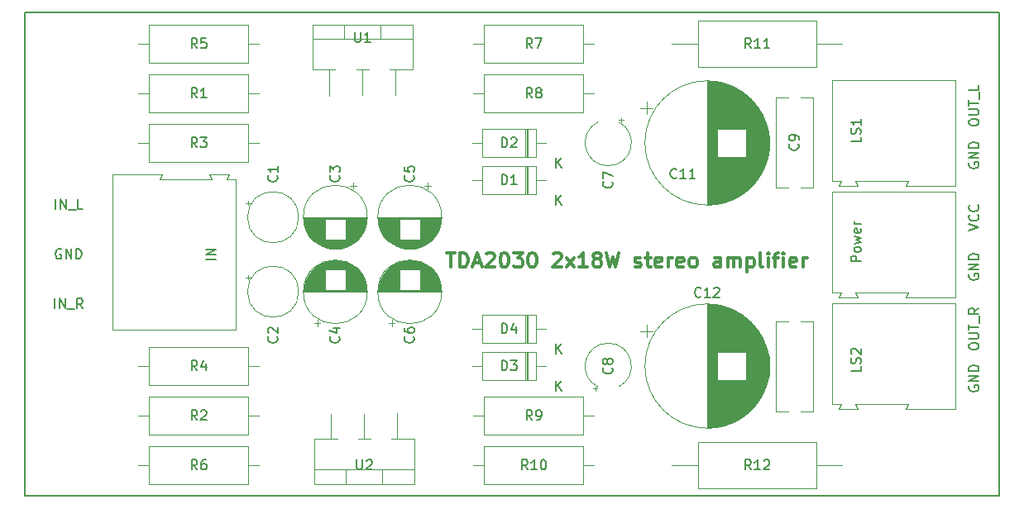
<source format=gbr>
%TF.GenerationSoftware,KiCad,Pcbnew,(5.0.0)*%
%TF.CreationDate,2018-07-24T20:25:44+02:00*%
%TF.ProjectId,tda2030StereoAmplifier,7464613230333053746572656F416D70,rev?*%
%TF.SameCoordinates,Original*%
%TF.FileFunction,Legend,Top*%
%TF.FilePolarity,Positive*%
%FSLAX46Y46*%
G04 Gerber Fmt 4.6, Leading zero omitted, Abs format (unit mm)*
G04 Created by KiCad (PCBNEW (5.0.0)) date 07/24/18 20:25:44*
%MOMM*%
%LPD*%
G01*
G04 APERTURE LIST*
%ADD10C,0.150000*%
%ADD11C,0.300000*%
%ADD12C,0.120000*%
G04 APERTURE END LIST*
D10*
X114387380Y-57665714D02*
X114387380Y-57475238D01*
X114435000Y-57380000D01*
X114530238Y-57284761D01*
X114720714Y-57237142D01*
X115054047Y-57237142D01*
X115244523Y-57284761D01*
X115339761Y-57380000D01*
X115387380Y-57475238D01*
X115387380Y-57665714D01*
X115339761Y-57760952D01*
X115244523Y-57856190D01*
X115054047Y-57903809D01*
X114720714Y-57903809D01*
X114530238Y-57856190D01*
X114435000Y-57760952D01*
X114387380Y-57665714D01*
X114387380Y-56808571D02*
X115196904Y-56808571D01*
X115292142Y-56760952D01*
X115339761Y-56713333D01*
X115387380Y-56618095D01*
X115387380Y-56427619D01*
X115339761Y-56332380D01*
X115292142Y-56284761D01*
X115196904Y-56237142D01*
X114387380Y-56237142D01*
X114387380Y-55903809D02*
X114387380Y-55332380D01*
X115387380Y-55618095D02*
X114387380Y-55618095D01*
X115482619Y-55237142D02*
X115482619Y-54475238D01*
X115387380Y-53760952D02*
X115387380Y-54237142D01*
X114387380Y-54237142D01*
X114387380Y-68643333D02*
X115387380Y-68310000D01*
X114387380Y-67976666D01*
X115292142Y-67071904D02*
X115339761Y-67119523D01*
X115387380Y-67262380D01*
X115387380Y-67357619D01*
X115339761Y-67500476D01*
X115244523Y-67595714D01*
X115149285Y-67643333D01*
X114958809Y-67690952D01*
X114815952Y-67690952D01*
X114625476Y-67643333D01*
X114530238Y-67595714D01*
X114435000Y-67500476D01*
X114387380Y-67357619D01*
X114387380Y-67262380D01*
X114435000Y-67119523D01*
X114482619Y-67071904D01*
X115292142Y-66071904D02*
X115339761Y-66119523D01*
X115387380Y-66262380D01*
X115387380Y-66357619D01*
X115339761Y-66500476D01*
X115244523Y-66595714D01*
X115149285Y-66643333D01*
X114958809Y-66690952D01*
X114815952Y-66690952D01*
X114625476Y-66643333D01*
X114530238Y-66595714D01*
X114435000Y-66500476D01*
X114387380Y-66357619D01*
X114387380Y-66262380D01*
X114435000Y-66119523D01*
X114482619Y-66071904D01*
X114387380Y-80620952D02*
X114387380Y-80430476D01*
X114435000Y-80335238D01*
X114530238Y-80240000D01*
X114720714Y-80192380D01*
X115054047Y-80192380D01*
X115244523Y-80240000D01*
X115339761Y-80335238D01*
X115387380Y-80430476D01*
X115387380Y-80620952D01*
X115339761Y-80716190D01*
X115244523Y-80811428D01*
X115054047Y-80859047D01*
X114720714Y-80859047D01*
X114530238Y-80811428D01*
X114435000Y-80716190D01*
X114387380Y-80620952D01*
X114387380Y-79763809D02*
X115196904Y-79763809D01*
X115292142Y-79716190D01*
X115339761Y-79668571D01*
X115387380Y-79573333D01*
X115387380Y-79382857D01*
X115339761Y-79287619D01*
X115292142Y-79240000D01*
X115196904Y-79192380D01*
X114387380Y-79192380D01*
X114387380Y-78859047D02*
X114387380Y-78287619D01*
X115387380Y-78573333D02*
X114387380Y-78573333D01*
X115482619Y-78192380D02*
X115482619Y-77430476D01*
X115387380Y-76620952D02*
X114911190Y-76954285D01*
X115387380Y-77192380D02*
X114387380Y-77192380D01*
X114387380Y-76811428D01*
X114435000Y-76716190D01*
X114482619Y-76668571D01*
X114577857Y-76620952D01*
X114720714Y-76620952D01*
X114815952Y-76668571D01*
X114863571Y-76716190D01*
X114911190Y-76811428D01*
X114911190Y-77192380D01*
X114435000Y-84581904D02*
X114387380Y-84677142D01*
X114387380Y-84820000D01*
X114435000Y-84962857D01*
X114530238Y-85058095D01*
X114625476Y-85105714D01*
X114815952Y-85153333D01*
X114958809Y-85153333D01*
X115149285Y-85105714D01*
X115244523Y-85058095D01*
X115339761Y-84962857D01*
X115387380Y-84820000D01*
X115387380Y-84724761D01*
X115339761Y-84581904D01*
X115292142Y-84534285D01*
X114958809Y-84534285D01*
X114958809Y-84724761D01*
X115387380Y-84105714D02*
X114387380Y-84105714D01*
X115387380Y-83534285D01*
X114387380Y-83534285D01*
X115387380Y-83058095D02*
X114387380Y-83058095D01*
X114387380Y-82820000D01*
X114435000Y-82677142D01*
X114530238Y-82581904D01*
X114625476Y-82534285D01*
X114815952Y-82486666D01*
X114958809Y-82486666D01*
X115149285Y-82534285D01*
X115244523Y-82581904D01*
X115339761Y-82677142D01*
X115387380Y-82820000D01*
X115387380Y-83058095D01*
X114435000Y-73151904D02*
X114387380Y-73247142D01*
X114387380Y-73390000D01*
X114435000Y-73532857D01*
X114530238Y-73628095D01*
X114625476Y-73675714D01*
X114815952Y-73723333D01*
X114958809Y-73723333D01*
X115149285Y-73675714D01*
X115244523Y-73628095D01*
X115339761Y-73532857D01*
X115387380Y-73390000D01*
X115387380Y-73294761D01*
X115339761Y-73151904D01*
X115292142Y-73104285D01*
X114958809Y-73104285D01*
X114958809Y-73294761D01*
X115387380Y-72675714D02*
X114387380Y-72675714D01*
X115387380Y-72104285D01*
X114387380Y-72104285D01*
X115387380Y-71628095D02*
X114387380Y-71628095D01*
X114387380Y-71390000D01*
X114435000Y-71247142D01*
X114530238Y-71151904D01*
X114625476Y-71104285D01*
X114815952Y-71056666D01*
X114958809Y-71056666D01*
X115149285Y-71104285D01*
X115244523Y-71151904D01*
X115339761Y-71247142D01*
X115387380Y-71390000D01*
X115387380Y-71628095D01*
X114435000Y-61721904D02*
X114387380Y-61817142D01*
X114387380Y-61960000D01*
X114435000Y-62102857D01*
X114530238Y-62198095D01*
X114625476Y-62245714D01*
X114815952Y-62293333D01*
X114958809Y-62293333D01*
X115149285Y-62245714D01*
X115244523Y-62198095D01*
X115339761Y-62102857D01*
X115387380Y-61960000D01*
X115387380Y-61864761D01*
X115339761Y-61721904D01*
X115292142Y-61674285D01*
X114958809Y-61674285D01*
X114958809Y-61864761D01*
X115387380Y-61245714D02*
X114387380Y-61245714D01*
X115387380Y-60674285D01*
X114387380Y-60674285D01*
X115387380Y-60198095D02*
X114387380Y-60198095D01*
X114387380Y-59960000D01*
X114435000Y-59817142D01*
X114530238Y-59721904D01*
X114625476Y-59674285D01*
X114815952Y-59626666D01*
X114958809Y-59626666D01*
X115149285Y-59674285D01*
X115244523Y-59721904D01*
X115339761Y-59817142D01*
X115387380Y-59960000D01*
X115387380Y-60198095D01*
D11*
X60910714Y-70933571D02*
X61767857Y-70933571D01*
X61339285Y-72433571D02*
X61339285Y-70933571D01*
X62267857Y-72433571D02*
X62267857Y-70933571D01*
X62625000Y-70933571D01*
X62839285Y-71005000D01*
X62982142Y-71147857D01*
X63053571Y-71290714D01*
X63125000Y-71576428D01*
X63125000Y-71790714D01*
X63053571Y-72076428D01*
X62982142Y-72219285D01*
X62839285Y-72362142D01*
X62625000Y-72433571D01*
X62267857Y-72433571D01*
X63696428Y-72005000D02*
X64410714Y-72005000D01*
X63553571Y-72433571D02*
X64053571Y-70933571D01*
X64553571Y-72433571D01*
X64982142Y-71076428D02*
X65053571Y-71005000D01*
X65196428Y-70933571D01*
X65553571Y-70933571D01*
X65696428Y-71005000D01*
X65767857Y-71076428D01*
X65839285Y-71219285D01*
X65839285Y-71362142D01*
X65767857Y-71576428D01*
X64910714Y-72433571D01*
X65839285Y-72433571D01*
X66767857Y-70933571D02*
X66910714Y-70933571D01*
X67053571Y-71005000D01*
X67125000Y-71076428D01*
X67196428Y-71219285D01*
X67267857Y-71505000D01*
X67267857Y-71862142D01*
X67196428Y-72147857D01*
X67125000Y-72290714D01*
X67053571Y-72362142D01*
X66910714Y-72433571D01*
X66767857Y-72433571D01*
X66625000Y-72362142D01*
X66553571Y-72290714D01*
X66482142Y-72147857D01*
X66410714Y-71862142D01*
X66410714Y-71505000D01*
X66482142Y-71219285D01*
X66553571Y-71076428D01*
X66625000Y-71005000D01*
X66767857Y-70933571D01*
X67767857Y-70933571D02*
X68696428Y-70933571D01*
X68196428Y-71505000D01*
X68410714Y-71505000D01*
X68553571Y-71576428D01*
X68625000Y-71647857D01*
X68696428Y-71790714D01*
X68696428Y-72147857D01*
X68625000Y-72290714D01*
X68553571Y-72362142D01*
X68410714Y-72433571D01*
X67982142Y-72433571D01*
X67839285Y-72362142D01*
X67767857Y-72290714D01*
X69625000Y-70933571D02*
X69767857Y-70933571D01*
X69910714Y-71005000D01*
X69982142Y-71076428D01*
X70053571Y-71219285D01*
X70125000Y-71505000D01*
X70125000Y-71862142D01*
X70053571Y-72147857D01*
X69982142Y-72290714D01*
X69910714Y-72362142D01*
X69767857Y-72433571D01*
X69625000Y-72433571D01*
X69482142Y-72362142D01*
X69410714Y-72290714D01*
X69339285Y-72147857D01*
X69267857Y-71862142D01*
X69267857Y-71505000D01*
X69339285Y-71219285D01*
X69410714Y-71076428D01*
X69482142Y-71005000D01*
X69625000Y-70933571D01*
X71839285Y-71076428D02*
X71910714Y-71005000D01*
X72053571Y-70933571D01*
X72410714Y-70933571D01*
X72553571Y-71005000D01*
X72625000Y-71076428D01*
X72696428Y-71219285D01*
X72696428Y-71362142D01*
X72625000Y-71576428D01*
X71767857Y-72433571D01*
X72696428Y-72433571D01*
X73196428Y-72433571D02*
X73982142Y-71433571D01*
X73196428Y-71433571D02*
X73982142Y-72433571D01*
X75339285Y-72433571D02*
X74482142Y-72433571D01*
X74910714Y-72433571D02*
X74910714Y-70933571D01*
X74767857Y-71147857D01*
X74625000Y-71290714D01*
X74482142Y-71362142D01*
X76196428Y-71576428D02*
X76053571Y-71505000D01*
X75982142Y-71433571D01*
X75910714Y-71290714D01*
X75910714Y-71219285D01*
X75982142Y-71076428D01*
X76053571Y-71005000D01*
X76196428Y-70933571D01*
X76482142Y-70933571D01*
X76625000Y-71005000D01*
X76696428Y-71076428D01*
X76767857Y-71219285D01*
X76767857Y-71290714D01*
X76696428Y-71433571D01*
X76625000Y-71505000D01*
X76482142Y-71576428D01*
X76196428Y-71576428D01*
X76053571Y-71647857D01*
X75982142Y-71719285D01*
X75910714Y-71862142D01*
X75910714Y-72147857D01*
X75982142Y-72290714D01*
X76053571Y-72362142D01*
X76196428Y-72433571D01*
X76482142Y-72433571D01*
X76625000Y-72362142D01*
X76696428Y-72290714D01*
X76767857Y-72147857D01*
X76767857Y-71862142D01*
X76696428Y-71719285D01*
X76625000Y-71647857D01*
X76482142Y-71576428D01*
X77267857Y-70933571D02*
X77625000Y-72433571D01*
X77910714Y-71362142D01*
X78196428Y-72433571D01*
X78553571Y-70933571D01*
X80196428Y-72362142D02*
X80339285Y-72433571D01*
X80625000Y-72433571D01*
X80767857Y-72362142D01*
X80839285Y-72219285D01*
X80839285Y-72147857D01*
X80767857Y-72005000D01*
X80625000Y-71933571D01*
X80410714Y-71933571D01*
X80267857Y-71862142D01*
X80196428Y-71719285D01*
X80196428Y-71647857D01*
X80267857Y-71505000D01*
X80410714Y-71433571D01*
X80625000Y-71433571D01*
X80767857Y-71505000D01*
X81267857Y-71433571D02*
X81839285Y-71433571D01*
X81482142Y-70933571D02*
X81482142Y-72219285D01*
X81553571Y-72362142D01*
X81696428Y-72433571D01*
X81839285Y-72433571D01*
X82910714Y-72362142D02*
X82767857Y-72433571D01*
X82482142Y-72433571D01*
X82339285Y-72362142D01*
X82267857Y-72219285D01*
X82267857Y-71647857D01*
X82339285Y-71505000D01*
X82482142Y-71433571D01*
X82767857Y-71433571D01*
X82910714Y-71505000D01*
X82982142Y-71647857D01*
X82982142Y-71790714D01*
X82267857Y-71933571D01*
X83625000Y-72433571D02*
X83625000Y-71433571D01*
X83625000Y-71719285D02*
X83696428Y-71576428D01*
X83767857Y-71505000D01*
X83910714Y-71433571D01*
X84053571Y-71433571D01*
X85125000Y-72362142D02*
X84982142Y-72433571D01*
X84696428Y-72433571D01*
X84553571Y-72362142D01*
X84482142Y-72219285D01*
X84482142Y-71647857D01*
X84553571Y-71505000D01*
X84696428Y-71433571D01*
X84982142Y-71433571D01*
X85125000Y-71505000D01*
X85196428Y-71647857D01*
X85196428Y-71790714D01*
X84482142Y-71933571D01*
X86053571Y-72433571D02*
X85910714Y-72362142D01*
X85839285Y-72290714D01*
X85767857Y-72147857D01*
X85767857Y-71719285D01*
X85839285Y-71576428D01*
X85910714Y-71505000D01*
X86053571Y-71433571D01*
X86267857Y-71433571D01*
X86410714Y-71505000D01*
X86482142Y-71576428D01*
X86553571Y-71719285D01*
X86553571Y-72147857D01*
X86482142Y-72290714D01*
X86410714Y-72362142D01*
X86267857Y-72433571D01*
X86053571Y-72433571D01*
X88982142Y-72433571D02*
X88982142Y-71647857D01*
X88910714Y-71505000D01*
X88767857Y-71433571D01*
X88482142Y-71433571D01*
X88339285Y-71505000D01*
X88982142Y-72362142D02*
X88839285Y-72433571D01*
X88482142Y-72433571D01*
X88339285Y-72362142D01*
X88267857Y-72219285D01*
X88267857Y-72076428D01*
X88339285Y-71933571D01*
X88482142Y-71862142D01*
X88839285Y-71862142D01*
X88982142Y-71790714D01*
X89696428Y-72433571D02*
X89696428Y-71433571D01*
X89696428Y-71576428D02*
X89767857Y-71505000D01*
X89910714Y-71433571D01*
X90125000Y-71433571D01*
X90267857Y-71505000D01*
X90339285Y-71647857D01*
X90339285Y-72433571D01*
X90339285Y-71647857D02*
X90410714Y-71505000D01*
X90553571Y-71433571D01*
X90767857Y-71433571D01*
X90910714Y-71505000D01*
X90982142Y-71647857D01*
X90982142Y-72433571D01*
X91696428Y-71433571D02*
X91696428Y-72933571D01*
X91696428Y-71505000D02*
X91839285Y-71433571D01*
X92125000Y-71433571D01*
X92267857Y-71505000D01*
X92339285Y-71576428D01*
X92410714Y-71719285D01*
X92410714Y-72147857D01*
X92339285Y-72290714D01*
X92267857Y-72362142D01*
X92125000Y-72433571D01*
X91839285Y-72433571D01*
X91696428Y-72362142D01*
X93267857Y-72433571D02*
X93125000Y-72362142D01*
X93053571Y-72219285D01*
X93053571Y-70933571D01*
X93839285Y-72433571D02*
X93839285Y-71433571D01*
X93839285Y-70933571D02*
X93767857Y-71005000D01*
X93839285Y-71076428D01*
X93910714Y-71005000D01*
X93839285Y-70933571D01*
X93839285Y-71076428D01*
X94339285Y-71433571D02*
X94910714Y-71433571D01*
X94553571Y-72433571D02*
X94553571Y-71147857D01*
X94625000Y-71005000D01*
X94767857Y-70933571D01*
X94910714Y-70933571D01*
X95410714Y-72433571D02*
X95410714Y-71433571D01*
X95410714Y-70933571D02*
X95339285Y-71005000D01*
X95410714Y-71076428D01*
X95482142Y-71005000D01*
X95410714Y-70933571D01*
X95410714Y-71076428D01*
X96696428Y-72362142D02*
X96553571Y-72433571D01*
X96267857Y-72433571D01*
X96125000Y-72362142D01*
X96053571Y-72219285D01*
X96053571Y-71647857D01*
X96125000Y-71505000D01*
X96267857Y-71433571D01*
X96553571Y-71433571D01*
X96696428Y-71505000D01*
X96767857Y-71647857D01*
X96767857Y-71790714D01*
X96053571Y-71933571D01*
X97410714Y-72433571D02*
X97410714Y-71433571D01*
X97410714Y-71719285D02*
X97482142Y-71576428D01*
X97553571Y-71505000D01*
X97696428Y-71433571D01*
X97839285Y-71433571D01*
D10*
X20820238Y-76652380D02*
X20820238Y-75652380D01*
X21296428Y-76652380D02*
X21296428Y-75652380D01*
X21867857Y-76652380D01*
X21867857Y-75652380D01*
X22105952Y-76747619D02*
X22867857Y-76747619D01*
X23677380Y-76652380D02*
X23344047Y-76176190D01*
X23105952Y-76652380D02*
X23105952Y-75652380D01*
X23486904Y-75652380D01*
X23582142Y-75700000D01*
X23629761Y-75747619D01*
X23677380Y-75842857D01*
X23677380Y-75985714D01*
X23629761Y-76080952D01*
X23582142Y-76128571D01*
X23486904Y-76176190D01*
X23105952Y-76176190D01*
X21463095Y-70620000D02*
X21367857Y-70572380D01*
X21225000Y-70572380D01*
X21082142Y-70620000D01*
X20986904Y-70715238D01*
X20939285Y-70810476D01*
X20891666Y-71000952D01*
X20891666Y-71143809D01*
X20939285Y-71334285D01*
X20986904Y-71429523D01*
X21082142Y-71524761D01*
X21225000Y-71572380D01*
X21320238Y-71572380D01*
X21463095Y-71524761D01*
X21510714Y-71477142D01*
X21510714Y-71143809D01*
X21320238Y-71143809D01*
X21939285Y-71572380D02*
X21939285Y-70572380D01*
X22510714Y-71572380D01*
X22510714Y-70572380D01*
X22986904Y-71572380D02*
X22986904Y-70572380D01*
X23225000Y-70572380D01*
X23367857Y-70620000D01*
X23463095Y-70715238D01*
X23510714Y-70810476D01*
X23558333Y-71000952D01*
X23558333Y-71143809D01*
X23510714Y-71334285D01*
X23463095Y-71429523D01*
X23367857Y-71524761D01*
X23225000Y-71572380D01*
X22986904Y-71572380D01*
X20915476Y-66492380D02*
X20915476Y-65492380D01*
X21391666Y-66492380D02*
X21391666Y-65492380D01*
X21963095Y-66492380D01*
X21963095Y-65492380D01*
X22201190Y-66587619D02*
X22963095Y-66587619D01*
X23677380Y-66492380D02*
X23201190Y-66492380D01*
X23201190Y-65492380D01*
X17780000Y-95885000D02*
X117475000Y-95885000D01*
X17780000Y-95885000D02*
X17780000Y-46355000D01*
X117475000Y-46355000D02*
X117475000Y-95885000D01*
X17780000Y-46355000D02*
X117475000Y-46355000D01*
D12*
X45780000Y-67310000D02*
G75*
G03X45780000Y-67310000I-2620000J0D01*
G01*
X40355225Y-65835000D02*
X40855225Y-65835000D01*
X40605225Y-65585000D02*
X40605225Y-66085000D01*
X45780000Y-74930000D02*
G75*
G03X45780000Y-74930000I-2620000J0D01*
G01*
X40355225Y-73455000D02*
X40855225Y-73455000D01*
X40605225Y-73205000D02*
X40605225Y-73705000D01*
X51684000Y-64104759D02*
X51054000Y-64104759D01*
X51369000Y-63789759D02*
X51369000Y-64419759D01*
X49932000Y-70531000D02*
X49128000Y-70531000D01*
X50163000Y-70491000D02*
X48897000Y-70491000D01*
X50332000Y-70451000D02*
X48728000Y-70451000D01*
X50470000Y-70411000D02*
X48590000Y-70411000D01*
X50589000Y-70371000D02*
X48471000Y-70371000D01*
X50695000Y-70331000D02*
X48365000Y-70331000D01*
X50792000Y-70291000D02*
X48268000Y-70291000D01*
X50880000Y-70251000D02*
X48180000Y-70251000D01*
X50962000Y-70211000D02*
X48098000Y-70211000D01*
X51039000Y-70171000D02*
X48021000Y-70171000D01*
X51111000Y-70131000D02*
X47949000Y-70131000D01*
X51180000Y-70091000D02*
X47880000Y-70091000D01*
X51244000Y-70051000D02*
X47816000Y-70051000D01*
X51306000Y-70011000D02*
X47754000Y-70011000D01*
X51364000Y-69971000D02*
X47696000Y-69971000D01*
X51420000Y-69931000D02*
X47640000Y-69931000D01*
X51474000Y-69891000D02*
X47586000Y-69891000D01*
X51525000Y-69851000D02*
X47535000Y-69851000D01*
X51574000Y-69811000D02*
X47486000Y-69811000D01*
X51622000Y-69771000D02*
X47438000Y-69771000D01*
X51667000Y-69731000D02*
X47393000Y-69731000D01*
X51712000Y-69691000D02*
X47348000Y-69691000D01*
X51754000Y-69651000D02*
X47306000Y-69651000D01*
X51795000Y-69611000D02*
X47265000Y-69611000D01*
X48490000Y-69571000D02*
X47225000Y-69571000D01*
X51835000Y-69571000D02*
X50570000Y-69571000D01*
X48490000Y-69531000D02*
X47187000Y-69531000D01*
X51873000Y-69531000D02*
X50570000Y-69531000D01*
X48490000Y-69491000D02*
X47150000Y-69491000D01*
X51910000Y-69491000D02*
X50570000Y-69491000D01*
X48490000Y-69451000D02*
X47114000Y-69451000D01*
X51946000Y-69451000D02*
X50570000Y-69451000D01*
X48490000Y-69411000D02*
X47080000Y-69411000D01*
X51980000Y-69411000D02*
X50570000Y-69411000D01*
X48490000Y-69371000D02*
X47046000Y-69371000D01*
X52014000Y-69371000D02*
X50570000Y-69371000D01*
X48490000Y-69331000D02*
X47014000Y-69331000D01*
X52046000Y-69331000D02*
X50570000Y-69331000D01*
X48490000Y-69291000D02*
X46982000Y-69291000D01*
X52078000Y-69291000D02*
X50570000Y-69291000D01*
X48490000Y-69251000D02*
X46952000Y-69251000D01*
X52108000Y-69251000D02*
X50570000Y-69251000D01*
X48490000Y-69211000D02*
X46923000Y-69211000D01*
X52137000Y-69211000D02*
X50570000Y-69211000D01*
X48490000Y-69171000D02*
X46894000Y-69171000D01*
X52166000Y-69171000D02*
X50570000Y-69171000D01*
X48490000Y-69131000D02*
X46866000Y-69131000D01*
X52194000Y-69131000D02*
X50570000Y-69131000D01*
X48490000Y-69091000D02*
X46840000Y-69091000D01*
X52220000Y-69091000D02*
X50570000Y-69091000D01*
X48490000Y-69051000D02*
X46814000Y-69051000D01*
X52246000Y-69051000D02*
X50570000Y-69051000D01*
X48490000Y-69011000D02*
X46788000Y-69011000D01*
X52272000Y-69011000D02*
X50570000Y-69011000D01*
X48490000Y-68971000D02*
X46764000Y-68971000D01*
X52296000Y-68971000D02*
X50570000Y-68971000D01*
X48490000Y-68931000D02*
X46740000Y-68931000D01*
X52320000Y-68931000D02*
X50570000Y-68931000D01*
X48490000Y-68891000D02*
X46718000Y-68891000D01*
X52342000Y-68891000D02*
X50570000Y-68891000D01*
X48490000Y-68851000D02*
X46696000Y-68851000D01*
X52364000Y-68851000D02*
X50570000Y-68851000D01*
X48490000Y-68811000D02*
X46674000Y-68811000D01*
X52386000Y-68811000D02*
X50570000Y-68811000D01*
X48490000Y-68771000D02*
X46654000Y-68771000D01*
X52406000Y-68771000D02*
X50570000Y-68771000D01*
X48490000Y-68731000D02*
X46634000Y-68731000D01*
X52426000Y-68731000D02*
X50570000Y-68731000D01*
X48490000Y-68691000D02*
X46614000Y-68691000D01*
X52446000Y-68691000D02*
X50570000Y-68691000D01*
X48490000Y-68651000D02*
X46596000Y-68651000D01*
X52464000Y-68651000D02*
X50570000Y-68651000D01*
X48490000Y-68611000D02*
X46578000Y-68611000D01*
X52482000Y-68611000D02*
X50570000Y-68611000D01*
X48490000Y-68571000D02*
X46560000Y-68571000D01*
X52500000Y-68571000D02*
X50570000Y-68571000D01*
X48490000Y-68531000D02*
X46544000Y-68531000D01*
X52516000Y-68531000D02*
X50570000Y-68531000D01*
X48490000Y-68491000D02*
X46528000Y-68491000D01*
X52532000Y-68491000D02*
X50570000Y-68491000D01*
X48490000Y-68451000D02*
X46512000Y-68451000D01*
X52548000Y-68451000D02*
X50570000Y-68451000D01*
X48490000Y-68411000D02*
X46497000Y-68411000D01*
X52563000Y-68411000D02*
X50570000Y-68411000D01*
X48490000Y-68371000D02*
X46483000Y-68371000D01*
X52577000Y-68371000D02*
X50570000Y-68371000D01*
X48490000Y-68331000D02*
X46469000Y-68331000D01*
X52591000Y-68331000D02*
X50570000Y-68331000D01*
X48490000Y-68291000D02*
X46456000Y-68291000D01*
X52604000Y-68291000D02*
X50570000Y-68291000D01*
X48490000Y-68251000D02*
X46444000Y-68251000D01*
X52616000Y-68251000D02*
X50570000Y-68251000D01*
X48490000Y-68211000D02*
X46432000Y-68211000D01*
X52628000Y-68211000D02*
X50570000Y-68211000D01*
X48490000Y-68171000D02*
X46420000Y-68171000D01*
X52640000Y-68171000D02*
X50570000Y-68171000D01*
X48490000Y-68131000D02*
X46409000Y-68131000D01*
X52651000Y-68131000D02*
X50570000Y-68131000D01*
X48490000Y-68091000D02*
X46399000Y-68091000D01*
X52661000Y-68091000D02*
X50570000Y-68091000D01*
X48490000Y-68051000D02*
X46389000Y-68051000D01*
X52671000Y-68051000D02*
X50570000Y-68051000D01*
X48490000Y-68011000D02*
X46380000Y-68011000D01*
X52680000Y-68011000D02*
X50570000Y-68011000D01*
X48490000Y-67970000D02*
X46371000Y-67970000D01*
X52689000Y-67970000D02*
X50570000Y-67970000D01*
X48490000Y-67930000D02*
X46363000Y-67930000D01*
X52697000Y-67930000D02*
X50570000Y-67930000D01*
X48490000Y-67890000D02*
X46355000Y-67890000D01*
X52705000Y-67890000D02*
X50570000Y-67890000D01*
X48490000Y-67850000D02*
X46348000Y-67850000D01*
X52712000Y-67850000D02*
X50570000Y-67850000D01*
X48490000Y-67810000D02*
X46341000Y-67810000D01*
X52719000Y-67810000D02*
X50570000Y-67810000D01*
X48490000Y-67770000D02*
X46335000Y-67770000D01*
X52725000Y-67770000D02*
X50570000Y-67770000D01*
X48490000Y-67730000D02*
X46329000Y-67730000D01*
X52731000Y-67730000D02*
X50570000Y-67730000D01*
X48490000Y-67690000D02*
X46324000Y-67690000D01*
X52736000Y-67690000D02*
X50570000Y-67690000D01*
X48490000Y-67650000D02*
X46319000Y-67650000D01*
X52741000Y-67650000D02*
X50570000Y-67650000D01*
X48490000Y-67610000D02*
X46315000Y-67610000D01*
X52745000Y-67610000D02*
X50570000Y-67610000D01*
X48490000Y-67570000D02*
X46312000Y-67570000D01*
X52748000Y-67570000D02*
X50570000Y-67570000D01*
X48490000Y-67530000D02*
X46308000Y-67530000D01*
X52752000Y-67530000D02*
X50570000Y-67530000D01*
X52754000Y-67490000D02*
X46306000Y-67490000D01*
X52757000Y-67450000D02*
X46303000Y-67450000D01*
X52758000Y-67410000D02*
X46302000Y-67410000D01*
X52760000Y-67370000D02*
X46300000Y-67370000D01*
X52760000Y-67330000D02*
X46300000Y-67330000D01*
X52760000Y-67290000D02*
X46300000Y-67290000D01*
X52800000Y-67290000D02*
G75*
G03X52800000Y-67290000I-3270000J0D01*
G01*
X52800000Y-74950000D02*
G75*
G03X52800000Y-74950000I-3270000J0D01*
G01*
X46300000Y-74950000D02*
X52760000Y-74950000D01*
X46300000Y-74910000D02*
X52760000Y-74910000D01*
X46300000Y-74870000D02*
X52760000Y-74870000D01*
X46302000Y-74830000D02*
X52758000Y-74830000D01*
X46303000Y-74790000D02*
X52757000Y-74790000D01*
X46306000Y-74750000D02*
X52754000Y-74750000D01*
X46308000Y-74710000D02*
X48490000Y-74710000D01*
X50570000Y-74710000D02*
X52752000Y-74710000D01*
X46312000Y-74670000D02*
X48490000Y-74670000D01*
X50570000Y-74670000D02*
X52748000Y-74670000D01*
X46315000Y-74630000D02*
X48490000Y-74630000D01*
X50570000Y-74630000D02*
X52745000Y-74630000D01*
X46319000Y-74590000D02*
X48490000Y-74590000D01*
X50570000Y-74590000D02*
X52741000Y-74590000D01*
X46324000Y-74550000D02*
X48490000Y-74550000D01*
X50570000Y-74550000D02*
X52736000Y-74550000D01*
X46329000Y-74510000D02*
X48490000Y-74510000D01*
X50570000Y-74510000D02*
X52731000Y-74510000D01*
X46335000Y-74470000D02*
X48490000Y-74470000D01*
X50570000Y-74470000D02*
X52725000Y-74470000D01*
X46341000Y-74430000D02*
X48490000Y-74430000D01*
X50570000Y-74430000D02*
X52719000Y-74430000D01*
X46348000Y-74390000D02*
X48490000Y-74390000D01*
X50570000Y-74390000D02*
X52712000Y-74390000D01*
X46355000Y-74350000D02*
X48490000Y-74350000D01*
X50570000Y-74350000D02*
X52705000Y-74350000D01*
X46363000Y-74310000D02*
X48490000Y-74310000D01*
X50570000Y-74310000D02*
X52697000Y-74310000D01*
X46371000Y-74270000D02*
X48490000Y-74270000D01*
X50570000Y-74270000D02*
X52689000Y-74270000D01*
X46380000Y-74229000D02*
X48490000Y-74229000D01*
X50570000Y-74229000D02*
X52680000Y-74229000D01*
X46389000Y-74189000D02*
X48490000Y-74189000D01*
X50570000Y-74189000D02*
X52671000Y-74189000D01*
X46399000Y-74149000D02*
X48490000Y-74149000D01*
X50570000Y-74149000D02*
X52661000Y-74149000D01*
X46409000Y-74109000D02*
X48490000Y-74109000D01*
X50570000Y-74109000D02*
X52651000Y-74109000D01*
X46420000Y-74069000D02*
X48490000Y-74069000D01*
X50570000Y-74069000D02*
X52640000Y-74069000D01*
X46432000Y-74029000D02*
X48490000Y-74029000D01*
X50570000Y-74029000D02*
X52628000Y-74029000D01*
X46444000Y-73989000D02*
X48490000Y-73989000D01*
X50570000Y-73989000D02*
X52616000Y-73989000D01*
X46456000Y-73949000D02*
X48490000Y-73949000D01*
X50570000Y-73949000D02*
X52604000Y-73949000D01*
X46469000Y-73909000D02*
X48490000Y-73909000D01*
X50570000Y-73909000D02*
X52591000Y-73909000D01*
X46483000Y-73869000D02*
X48490000Y-73869000D01*
X50570000Y-73869000D02*
X52577000Y-73869000D01*
X46497000Y-73829000D02*
X48490000Y-73829000D01*
X50570000Y-73829000D02*
X52563000Y-73829000D01*
X46512000Y-73789000D02*
X48490000Y-73789000D01*
X50570000Y-73789000D02*
X52548000Y-73789000D01*
X46528000Y-73749000D02*
X48490000Y-73749000D01*
X50570000Y-73749000D02*
X52532000Y-73749000D01*
X46544000Y-73709000D02*
X48490000Y-73709000D01*
X50570000Y-73709000D02*
X52516000Y-73709000D01*
X46560000Y-73669000D02*
X48490000Y-73669000D01*
X50570000Y-73669000D02*
X52500000Y-73669000D01*
X46578000Y-73629000D02*
X48490000Y-73629000D01*
X50570000Y-73629000D02*
X52482000Y-73629000D01*
X46596000Y-73589000D02*
X48490000Y-73589000D01*
X50570000Y-73589000D02*
X52464000Y-73589000D01*
X46614000Y-73549000D02*
X48490000Y-73549000D01*
X50570000Y-73549000D02*
X52446000Y-73549000D01*
X46634000Y-73509000D02*
X48490000Y-73509000D01*
X50570000Y-73509000D02*
X52426000Y-73509000D01*
X46654000Y-73469000D02*
X48490000Y-73469000D01*
X50570000Y-73469000D02*
X52406000Y-73469000D01*
X46674000Y-73429000D02*
X48490000Y-73429000D01*
X50570000Y-73429000D02*
X52386000Y-73429000D01*
X46696000Y-73389000D02*
X48490000Y-73389000D01*
X50570000Y-73389000D02*
X52364000Y-73389000D01*
X46718000Y-73349000D02*
X48490000Y-73349000D01*
X50570000Y-73349000D02*
X52342000Y-73349000D01*
X46740000Y-73309000D02*
X48490000Y-73309000D01*
X50570000Y-73309000D02*
X52320000Y-73309000D01*
X46764000Y-73269000D02*
X48490000Y-73269000D01*
X50570000Y-73269000D02*
X52296000Y-73269000D01*
X46788000Y-73229000D02*
X48490000Y-73229000D01*
X50570000Y-73229000D02*
X52272000Y-73229000D01*
X46814000Y-73189000D02*
X48490000Y-73189000D01*
X50570000Y-73189000D02*
X52246000Y-73189000D01*
X46840000Y-73149000D02*
X48490000Y-73149000D01*
X50570000Y-73149000D02*
X52220000Y-73149000D01*
X46866000Y-73109000D02*
X48490000Y-73109000D01*
X50570000Y-73109000D02*
X52194000Y-73109000D01*
X46894000Y-73069000D02*
X48490000Y-73069000D01*
X50570000Y-73069000D02*
X52166000Y-73069000D01*
X46923000Y-73029000D02*
X48490000Y-73029000D01*
X50570000Y-73029000D02*
X52137000Y-73029000D01*
X46952000Y-72989000D02*
X48490000Y-72989000D01*
X50570000Y-72989000D02*
X52108000Y-72989000D01*
X46982000Y-72949000D02*
X48490000Y-72949000D01*
X50570000Y-72949000D02*
X52078000Y-72949000D01*
X47014000Y-72909000D02*
X48490000Y-72909000D01*
X50570000Y-72909000D02*
X52046000Y-72909000D01*
X47046000Y-72869000D02*
X48490000Y-72869000D01*
X50570000Y-72869000D02*
X52014000Y-72869000D01*
X47080000Y-72829000D02*
X48490000Y-72829000D01*
X50570000Y-72829000D02*
X51980000Y-72829000D01*
X47114000Y-72789000D02*
X48490000Y-72789000D01*
X50570000Y-72789000D02*
X51946000Y-72789000D01*
X47150000Y-72749000D02*
X48490000Y-72749000D01*
X50570000Y-72749000D02*
X51910000Y-72749000D01*
X47187000Y-72709000D02*
X48490000Y-72709000D01*
X50570000Y-72709000D02*
X51873000Y-72709000D01*
X47225000Y-72669000D02*
X48490000Y-72669000D01*
X50570000Y-72669000D02*
X51835000Y-72669000D01*
X47265000Y-72629000D02*
X51795000Y-72629000D01*
X47306000Y-72589000D02*
X51754000Y-72589000D01*
X47348000Y-72549000D02*
X51712000Y-72549000D01*
X47393000Y-72509000D02*
X51667000Y-72509000D01*
X47438000Y-72469000D02*
X51622000Y-72469000D01*
X47486000Y-72429000D02*
X51574000Y-72429000D01*
X47535000Y-72389000D02*
X51525000Y-72389000D01*
X47586000Y-72349000D02*
X51474000Y-72349000D01*
X47640000Y-72309000D02*
X51420000Y-72309000D01*
X47696000Y-72269000D02*
X51364000Y-72269000D01*
X47754000Y-72229000D02*
X51306000Y-72229000D01*
X47816000Y-72189000D02*
X51244000Y-72189000D01*
X47880000Y-72149000D02*
X51180000Y-72149000D01*
X47949000Y-72109000D02*
X51111000Y-72109000D01*
X48021000Y-72069000D02*
X51039000Y-72069000D01*
X48098000Y-72029000D02*
X50962000Y-72029000D01*
X48180000Y-71989000D02*
X50880000Y-71989000D01*
X48268000Y-71949000D02*
X50792000Y-71949000D01*
X48365000Y-71909000D02*
X50695000Y-71909000D01*
X48471000Y-71869000D02*
X50589000Y-71869000D01*
X48590000Y-71829000D02*
X50470000Y-71829000D01*
X48728000Y-71789000D02*
X50332000Y-71789000D01*
X48897000Y-71749000D02*
X50163000Y-71749000D01*
X49128000Y-71709000D02*
X49932000Y-71709000D01*
X47691000Y-78450241D02*
X47691000Y-77820241D01*
X47376000Y-78135241D02*
X48006000Y-78135241D01*
X60420000Y-67290000D02*
G75*
G03X60420000Y-67290000I-3270000J0D01*
G01*
X60380000Y-67290000D02*
X53920000Y-67290000D01*
X60380000Y-67330000D02*
X53920000Y-67330000D01*
X60380000Y-67370000D02*
X53920000Y-67370000D01*
X60378000Y-67410000D02*
X53922000Y-67410000D01*
X60377000Y-67450000D02*
X53923000Y-67450000D01*
X60374000Y-67490000D02*
X53926000Y-67490000D01*
X60372000Y-67530000D02*
X58190000Y-67530000D01*
X56110000Y-67530000D02*
X53928000Y-67530000D01*
X60368000Y-67570000D02*
X58190000Y-67570000D01*
X56110000Y-67570000D02*
X53932000Y-67570000D01*
X60365000Y-67610000D02*
X58190000Y-67610000D01*
X56110000Y-67610000D02*
X53935000Y-67610000D01*
X60361000Y-67650000D02*
X58190000Y-67650000D01*
X56110000Y-67650000D02*
X53939000Y-67650000D01*
X60356000Y-67690000D02*
X58190000Y-67690000D01*
X56110000Y-67690000D02*
X53944000Y-67690000D01*
X60351000Y-67730000D02*
X58190000Y-67730000D01*
X56110000Y-67730000D02*
X53949000Y-67730000D01*
X60345000Y-67770000D02*
X58190000Y-67770000D01*
X56110000Y-67770000D02*
X53955000Y-67770000D01*
X60339000Y-67810000D02*
X58190000Y-67810000D01*
X56110000Y-67810000D02*
X53961000Y-67810000D01*
X60332000Y-67850000D02*
X58190000Y-67850000D01*
X56110000Y-67850000D02*
X53968000Y-67850000D01*
X60325000Y-67890000D02*
X58190000Y-67890000D01*
X56110000Y-67890000D02*
X53975000Y-67890000D01*
X60317000Y-67930000D02*
X58190000Y-67930000D01*
X56110000Y-67930000D02*
X53983000Y-67930000D01*
X60309000Y-67970000D02*
X58190000Y-67970000D01*
X56110000Y-67970000D02*
X53991000Y-67970000D01*
X60300000Y-68011000D02*
X58190000Y-68011000D01*
X56110000Y-68011000D02*
X54000000Y-68011000D01*
X60291000Y-68051000D02*
X58190000Y-68051000D01*
X56110000Y-68051000D02*
X54009000Y-68051000D01*
X60281000Y-68091000D02*
X58190000Y-68091000D01*
X56110000Y-68091000D02*
X54019000Y-68091000D01*
X60271000Y-68131000D02*
X58190000Y-68131000D01*
X56110000Y-68131000D02*
X54029000Y-68131000D01*
X60260000Y-68171000D02*
X58190000Y-68171000D01*
X56110000Y-68171000D02*
X54040000Y-68171000D01*
X60248000Y-68211000D02*
X58190000Y-68211000D01*
X56110000Y-68211000D02*
X54052000Y-68211000D01*
X60236000Y-68251000D02*
X58190000Y-68251000D01*
X56110000Y-68251000D02*
X54064000Y-68251000D01*
X60224000Y-68291000D02*
X58190000Y-68291000D01*
X56110000Y-68291000D02*
X54076000Y-68291000D01*
X60211000Y-68331000D02*
X58190000Y-68331000D01*
X56110000Y-68331000D02*
X54089000Y-68331000D01*
X60197000Y-68371000D02*
X58190000Y-68371000D01*
X56110000Y-68371000D02*
X54103000Y-68371000D01*
X60183000Y-68411000D02*
X58190000Y-68411000D01*
X56110000Y-68411000D02*
X54117000Y-68411000D01*
X60168000Y-68451000D02*
X58190000Y-68451000D01*
X56110000Y-68451000D02*
X54132000Y-68451000D01*
X60152000Y-68491000D02*
X58190000Y-68491000D01*
X56110000Y-68491000D02*
X54148000Y-68491000D01*
X60136000Y-68531000D02*
X58190000Y-68531000D01*
X56110000Y-68531000D02*
X54164000Y-68531000D01*
X60120000Y-68571000D02*
X58190000Y-68571000D01*
X56110000Y-68571000D02*
X54180000Y-68571000D01*
X60102000Y-68611000D02*
X58190000Y-68611000D01*
X56110000Y-68611000D02*
X54198000Y-68611000D01*
X60084000Y-68651000D02*
X58190000Y-68651000D01*
X56110000Y-68651000D02*
X54216000Y-68651000D01*
X60066000Y-68691000D02*
X58190000Y-68691000D01*
X56110000Y-68691000D02*
X54234000Y-68691000D01*
X60046000Y-68731000D02*
X58190000Y-68731000D01*
X56110000Y-68731000D02*
X54254000Y-68731000D01*
X60026000Y-68771000D02*
X58190000Y-68771000D01*
X56110000Y-68771000D02*
X54274000Y-68771000D01*
X60006000Y-68811000D02*
X58190000Y-68811000D01*
X56110000Y-68811000D02*
X54294000Y-68811000D01*
X59984000Y-68851000D02*
X58190000Y-68851000D01*
X56110000Y-68851000D02*
X54316000Y-68851000D01*
X59962000Y-68891000D02*
X58190000Y-68891000D01*
X56110000Y-68891000D02*
X54338000Y-68891000D01*
X59940000Y-68931000D02*
X58190000Y-68931000D01*
X56110000Y-68931000D02*
X54360000Y-68931000D01*
X59916000Y-68971000D02*
X58190000Y-68971000D01*
X56110000Y-68971000D02*
X54384000Y-68971000D01*
X59892000Y-69011000D02*
X58190000Y-69011000D01*
X56110000Y-69011000D02*
X54408000Y-69011000D01*
X59866000Y-69051000D02*
X58190000Y-69051000D01*
X56110000Y-69051000D02*
X54434000Y-69051000D01*
X59840000Y-69091000D02*
X58190000Y-69091000D01*
X56110000Y-69091000D02*
X54460000Y-69091000D01*
X59814000Y-69131000D02*
X58190000Y-69131000D01*
X56110000Y-69131000D02*
X54486000Y-69131000D01*
X59786000Y-69171000D02*
X58190000Y-69171000D01*
X56110000Y-69171000D02*
X54514000Y-69171000D01*
X59757000Y-69211000D02*
X58190000Y-69211000D01*
X56110000Y-69211000D02*
X54543000Y-69211000D01*
X59728000Y-69251000D02*
X58190000Y-69251000D01*
X56110000Y-69251000D02*
X54572000Y-69251000D01*
X59698000Y-69291000D02*
X58190000Y-69291000D01*
X56110000Y-69291000D02*
X54602000Y-69291000D01*
X59666000Y-69331000D02*
X58190000Y-69331000D01*
X56110000Y-69331000D02*
X54634000Y-69331000D01*
X59634000Y-69371000D02*
X58190000Y-69371000D01*
X56110000Y-69371000D02*
X54666000Y-69371000D01*
X59600000Y-69411000D02*
X58190000Y-69411000D01*
X56110000Y-69411000D02*
X54700000Y-69411000D01*
X59566000Y-69451000D02*
X58190000Y-69451000D01*
X56110000Y-69451000D02*
X54734000Y-69451000D01*
X59530000Y-69491000D02*
X58190000Y-69491000D01*
X56110000Y-69491000D02*
X54770000Y-69491000D01*
X59493000Y-69531000D02*
X58190000Y-69531000D01*
X56110000Y-69531000D02*
X54807000Y-69531000D01*
X59455000Y-69571000D02*
X58190000Y-69571000D01*
X56110000Y-69571000D02*
X54845000Y-69571000D01*
X59415000Y-69611000D02*
X54885000Y-69611000D01*
X59374000Y-69651000D02*
X54926000Y-69651000D01*
X59332000Y-69691000D02*
X54968000Y-69691000D01*
X59287000Y-69731000D02*
X55013000Y-69731000D01*
X59242000Y-69771000D02*
X55058000Y-69771000D01*
X59194000Y-69811000D02*
X55106000Y-69811000D01*
X59145000Y-69851000D02*
X55155000Y-69851000D01*
X59094000Y-69891000D02*
X55206000Y-69891000D01*
X59040000Y-69931000D02*
X55260000Y-69931000D01*
X58984000Y-69971000D02*
X55316000Y-69971000D01*
X58926000Y-70011000D02*
X55374000Y-70011000D01*
X58864000Y-70051000D02*
X55436000Y-70051000D01*
X58800000Y-70091000D02*
X55500000Y-70091000D01*
X58731000Y-70131000D02*
X55569000Y-70131000D01*
X58659000Y-70171000D02*
X55641000Y-70171000D01*
X58582000Y-70211000D02*
X55718000Y-70211000D01*
X58500000Y-70251000D02*
X55800000Y-70251000D01*
X58412000Y-70291000D02*
X55888000Y-70291000D01*
X58315000Y-70331000D02*
X55985000Y-70331000D01*
X58209000Y-70371000D02*
X56091000Y-70371000D01*
X58090000Y-70411000D02*
X56210000Y-70411000D01*
X57952000Y-70451000D02*
X56348000Y-70451000D01*
X57783000Y-70491000D02*
X56517000Y-70491000D01*
X57552000Y-70531000D02*
X56748000Y-70531000D01*
X58989000Y-63789759D02*
X58989000Y-64419759D01*
X59304000Y-64104759D02*
X58674000Y-64104759D01*
X49080000Y-90039000D02*
X49080000Y-87425000D01*
X52480000Y-90039000D02*
X52480000Y-87425000D01*
X55880000Y-90039000D02*
X55880000Y-87409000D01*
X50630000Y-94680000D02*
X50630000Y-93171000D01*
X54330000Y-94680000D02*
X54330000Y-93171000D01*
X57601000Y-93171000D02*
X47360000Y-93171000D01*
X47360000Y-94680000D02*
X47360000Y-90039000D01*
X57601000Y-94680000D02*
X57601000Y-90039000D01*
X49715000Y-90039000D02*
X47360000Y-90039000D01*
X53115000Y-90039000D02*
X51845000Y-90039000D01*
X57601000Y-90039000D02*
X55245000Y-90039000D01*
X57601000Y-94680000D02*
X47360000Y-94680000D01*
X47174000Y-47560000D02*
X57415000Y-47560000D01*
X47174000Y-52201000D02*
X49530000Y-52201000D01*
X51660000Y-52201000D02*
X52930000Y-52201000D01*
X55060000Y-52201000D02*
X57415000Y-52201000D01*
X47174000Y-47560000D02*
X47174000Y-52201000D01*
X57415000Y-47560000D02*
X57415000Y-52201000D01*
X47174000Y-49069000D02*
X57415000Y-49069000D01*
X50445000Y-47560000D02*
X50445000Y-49069000D01*
X54145000Y-47560000D02*
X54145000Y-49069000D01*
X48895000Y-52201000D02*
X48895000Y-54831000D01*
X52295000Y-52201000D02*
X52295000Y-54815000D01*
X55695000Y-52201000D02*
X55695000Y-54815000D01*
X40630000Y-56530000D02*
X40630000Y-52690000D01*
X40630000Y-52690000D02*
X30490000Y-52690000D01*
X30490000Y-52690000D02*
X30490000Y-56530000D01*
X30490000Y-56530000D02*
X40630000Y-56530000D01*
X41740000Y-54610000D02*
X40630000Y-54610000D01*
X29380000Y-54610000D02*
X30490000Y-54610000D01*
X112980000Y-64660000D02*
X100380000Y-64660000D01*
X100380000Y-64660000D02*
X100380000Y-75010000D01*
X100380000Y-75010000D02*
X101330000Y-75010000D01*
X101330000Y-75010000D02*
X101080000Y-75510000D01*
X101080000Y-75510000D02*
X102980000Y-75510000D01*
X102980000Y-75510000D02*
X103030000Y-75510000D01*
X103030000Y-75510000D02*
X102780000Y-75010000D01*
X102780000Y-75010000D02*
X108180000Y-75010000D01*
X108180000Y-75010000D02*
X107880000Y-75510000D01*
X107880000Y-75510000D02*
X112980000Y-75510000D01*
X112980000Y-75510000D02*
X112980000Y-64660000D01*
X54996000Y-78135241D02*
X55626000Y-78135241D01*
X55311000Y-78450241D02*
X55311000Y-77820241D01*
X56748000Y-71709000D02*
X57552000Y-71709000D01*
X56517000Y-71749000D02*
X57783000Y-71749000D01*
X56348000Y-71789000D02*
X57952000Y-71789000D01*
X56210000Y-71829000D02*
X58090000Y-71829000D01*
X56091000Y-71869000D02*
X58209000Y-71869000D01*
X55985000Y-71909000D02*
X58315000Y-71909000D01*
X55888000Y-71949000D02*
X58412000Y-71949000D01*
X55800000Y-71989000D02*
X58500000Y-71989000D01*
X55718000Y-72029000D02*
X58582000Y-72029000D01*
X55641000Y-72069000D02*
X58659000Y-72069000D01*
X55569000Y-72109000D02*
X58731000Y-72109000D01*
X55500000Y-72149000D02*
X58800000Y-72149000D01*
X55436000Y-72189000D02*
X58864000Y-72189000D01*
X55374000Y-72229000D02*
X58926000Y-72229000D01*
X55316000Y-72269000D02*
X58984000Y-72269000D01*
X55260000Y-72309000D02*
X59040000Y-72309000D01*
X55206000Y-72349000D02*
X59094000Y-72349000D01*
X55155000Y-72389000D02*
X59145000Y-72389000D01*
X55106000Y-72429000D02*
X59194000Y-72429000D01*
X55058000Y-72469000D02*
X59242000Y-72469000D01*
X55013000Y-72509000D02*
X59287000Y-72509000D01*
X54968000Y-72549000D02*
X59332000Y-72549000D01*
X54926000Y-72589000D02*
X59374000Y-72589000D01*
X54885000Y-72629000D02*
X59415000Y-72629000D01*
X58190000Y-72669000D02*
X59455000Y-72669000D01*
X54845000Y-72669000D02*
X56110000Y-72669000D01*
X58190000Y-72709000D02*
X59493000Y-72709000D01*
X54807000Y-72709000D02*
X56110000Y-72709000D01*
X58190000Y-72749000D02*
X59530000Y-72749000D01*
X54770000Y-72749000D02*
X56110000Y-72749000D01*
X58190000Y-72789000D02*
X59566000Y-72789000D01*
X54734000Y-72789000D02*
X56110000Y-72789000D01*
X58190000Y-72829000D02*
X59600000Y-72829000D01*
X54700000Y-72829000D02*
X56110000Y-72829000D01*
X58190000Y-72869000D02*
X59634000Y-72869000D01*
X54666000Y-72869000D02*
X56110000Y-72869000D01*
X58190000Y-72909000D02*
X59666000Y-72909000D01*
X54634000Y-72909000D02*
X56110000Y-72909000D01*
X58190000Y-72949000D02*
X59698000Y-72949000D01*
X54602000Y-72949000D02*
X56110000Y-72949000D01*
X58190000Y-72989000D02*
X59728000Y-72989000D01*
X54572000Y-72989000D02*
X56110000Y-72989000D01*
X58190000Y-73029000D02*
X59757000Y-73029000D01*
X54543000Y-73029000D02*
X56110000Y-73029000D01*
X58190000Y-73069000D02*
X59786000Y-73069000D01*
X54514000Y-73069000D02*
X56110000Y-73069000D01*
X58190000Y-73109000D02*
X59814000Y-73109000D01*
X54486000Y-73109000D02*
X56110000Y-73109000D01*
X58190000Y-73149000D02*
X59840000Y-73149000D01*
X54460000Y-73149000D02*
X56110000Y-73149000D01*
X58190000Y-73189000D02*
X59866000Y-73189000D01*
X54434000Y-73189000D02*
X56110000Y-73189000D01*
X58190000Y-73229000D02*
X59892000Y-73229000D01*
X54408000Y-73229000D02*
X56110000Y-73229000D01*
X58190000Y-73269000D02*
X59916000Y-73269000D01*
X54384000Y-73269000D02*
X56110000Y-73269000D01*
X58190000Y-73309000D02*
X59940000Y-73309000D01*
X54360000Y-73309000D02*
X56110000Y-73309000D01*
X58190000Y-73349000D02*
X59962000Y-73349000D01*
X54338000Y-73349000D02*
X56110000Y-73349000D01*
X58190000Y-73389000D02*
X59984000Y-73389000D01*
X54316000Y-73389000D02*
X56110000Y-73389000D01*
X58190000Y-73429000D02*
X60006000Y-73429000D01*
X54294000Y-73429000D02*
X56110000Y-73429000D01*
X58190000Y-73469000D02*
X60026000Y-73469000D01*
X54274000Y-73469000D02*
X56110000Y-73469000D01*
X58190000Y-73509000D02*
X60046000Y-73509000D01*
X54254000Y-73509000D02*
X56110000Y-73509000D01*
X58190000Y-73549000D02*
X60066000Y-73549000D01*
X54234000Y-73549000D02*
X56110000Y-73549000D01*
X58190000Y-73589000D02*
X60084000Y-73589000D01*
X54216000Y-73589000D02*
X56110000Y-73589000D01*
X58190000Y-73629000D02*
X60102000Y-73629000D01*
X54198000Y-73629000D02*
X56110000Y-73629000D01*
X58190000Y-73669000D02*
X60120000Y-73669000D01*
X54180000Y-73669000D02*
X56110000Y-73669000D01*
X58190000Y-73709000D02*
X60136000Y-73709000D01*
X54164000Y-73709000D02*
X56110000Y-73709000D01*
X58190000Y-73749000D02*
X60152000Y-73749000D01*
X54148000Y-73749000D02*
X56110000Y-73749000D01*
X58190000Y-73789000D02*
X60168000Y-73789000D01*
X54132000Y-73789000D02*
X56110000Y-73789000D01*
X58190000Y-73829000D02*
X60183000Y-73829000D01*
X54117000Y-73829000D02*
X56110000Y-73829000D01*
X58190000Y-73869000D02*
X60197000Y-73869000D01*
X54103000Y-73869000D02*
X56110000Y-73869000D01*
X58190000Y-73909000D02*
X60211000Y-73909000D01*
X54089000Y-73909000D02*
X56110000Y-73909000D01*
X58190000Y-73949000D02*
X60224000Y-73949000D01*
X54076000Y-73949000D02*
X56110000Y-73949000D01*
X58190000Y-73989000D02*
X60236000Y-73989000D01*
X54064000Y-73989000D02*
X56110000Y-73989000D01*
X58190000Y-74029000D02*
X60248000Y-74029000D01*
X54052000Y-74029000D02*
X56110000Y-74029000D01*
X58190000Y-74069000D02*
X60260000Y-74069000D01*
X54040000Y-74069000D02*
X56110000Y-74069000D01*
X58190000Y-74109000D02*
X60271000Y-74109000D01*
X54029000Y-74109000D02*
X56110000Y-74109000D01*
X58190000Y-74149000D02*
X60281000Y-74149000D01*
X54019000Y-74149000D02*
X56110000Y-74149000D01*
X58190000Y-74189000D02*
X60291000Y-74189000D01*
X54009000Y-74189000D02*
X56110000Y-74189000D01*
X58190000Y-74229000D02*
X60300000Y-74229000D01*
X54000000Y-74229000D02*
X56110000Y-74229000D01*
X58190000Y-74270000D02*
X60309000Y-74270000D01*
X53991000Y-74270000D02*
X56110000Y-74270000D01*
X58190000Y-74310000D02*
X60317000Y-74310000D01*
X53983000Y-74310000D02*
X56110000Y-74310000D01*
X58190000Y-74350000D02*
X60325000Y-74350000D01*
X53975000Y-74350000D02*
X56110000Y-74350000D01*
X58190000Y-74390000D02*
X60332000Y-74390000D01*
X53968000Y-74390000D02*
X56110000Y-74390000D01*
X58190000Y-74430000D02*
X60339000Y-74430000D01*
X53961000Y-74430000D02*
X56110000Y-74430000D01*
X58190000Y-74470000D02*
X60345000Y-74470000D01*
X53955000Y-74470000D02*
X56110000Y-74470000D01*
X58190000Y-74510000D02*
X60351000Y-74510000D01*
X53949000Y-74510000D02*
X56110000Y-74510000D01*
X58190000Y-74550000D02*
X60356000Y-74550000D01*
X53944000Y-74550000D02*
X56110000Y-74550000D01*
X58190000Y-74590000D02*
X60361000Y-74590000D01*
X53939000Y-74590000D02*
X56110000Y-74590000D01*
X58190000Y-74630000D02*
X60365000Y-74630000D01*
X53935000Y-74630000D02*
X56110000Y-74630000D01*
X58190000Y-74670000D02*
X60368000Y-74670000D01*
X53932000Y-74670000D02*
X56110000Y-74670000D01*
X58190000Y-74710000D02*
X60372000Y-74710000D01*
X53928000Y-74710000D02*
X56110000Y-74710000D01*
X53926000Y-74750000D02*
X60374000Y-74750000D01*
X53923000Y-74790000D02*
X60377000Y-74790000D01*
X53922000Y-74830000D02*
X60378000Y-74830000D01*
X53920000Y-74870000D02*
X60380000Y-74870000D01*
X53920000Y-74910000D02*
X60380000Y-74910000D01*
X53920000Y-74950000D02*
X60380000Y-74950000D01*
X60420000Y-74950000D02*
G75*
G03X60420000Y-74950000I-3270000J0D01*
G01*
X79030000Y-57357712D02*
X78580000Y-57357712D01*
X78805000Y-57132712D02*
X78805000Y-57582712D01*
X76410000Y-57550260D02*
G75*
G03X78530000Y-57550259I1060000J-2119740D01*
G01*
X78530000Y-84689740D02*
G75*
G03X76410000Y-84689741I-1060000J2119740D01*
G01*
X76135000Y-85107288D02*
X76135000Y-84657288D01*
X75910000Y-84882288D02*
X76360000Y-84882288D01*
X98440000Y-55010000D02*
X98440000Y-64250000D01*
X94600000Y-55010000D02*
X94600000Y-64250000D01*
X98440000Y-55010000D02*
X97185000Y-55010000D01*
X95855000Y-55010000D02*
X94600000Y-55010000D01*
X98440000Y-64250000D02*
X97185000Y-64250000D01*
X95855000Y-64250000D02*
X94600000Y-64250000D01*
X97185000Y-77990000D02*
X98440000Y-77990000D01*
X94600000Y-77990000D02*
X95855000Y-77990000D01*
X97185000Y-87230000D02*
X98440000Y-87230000D01*
X94600000Y-87230000D02*
X95855000Y-87230000D01*
X98440000Y-87230000D02*
X98440000Y-77990000D01*
X94600000Y-87230000D02*
X94600000Y-77990000D01*
X81397918Y-55490000D02*
X81397918Y-56740000D01*
X80772918Y-56115000D02*
X82022918Y-56115000D01*
X93951000Y-59373000D02*
X93951000Y-60007000D01*
X93911000Y-58933000D02*
X93911000Y-60447000D01*
X93871000Y-58662000D02*
X93871000Y-60718000D01*
X93831000Y-58449000D02*
X93831000Y-60931000D01*
X93791000Y-58268000D02*
X93791000Y-61112000D01*
X93751000Y-58107000D02*
X93751000Y-61273000D01*
X93711000Y-57962000D02*
X93711000Y-61418000D01*
X93671000Y-57829000D02*
X93671000Y-61551000D01*
X93631000Y-57706000D02*
X93631000Y-61674000D01*
X93591000Y-57590000D02*
X93591000Y-61790000D01*
X93551000Y-57481000D02*
X93551000Y-61899000D01*
X93511000Y-57378000D02*
X93511000Y-62002000D01*
X93471000Y-57280000D02*
X93471000Y-62100000D01*
X93431000Y-57186000D02*
X93431000Y-62194000D01*
X93391000Y-57096000D02*
X93391000Y-62284000D01*
X93351000Y-57009000D02*
X93351000Y-62371000D01*
X93311000Y-56926000D02*
X93311000Y-62454000D01*
X93271000Y-56846000D02*
X93271000Y-62534000D01*
X93231000Y-56769000D02*
X93231000Y-62611000D01*
X93191000Y-56694000D02*
X93191000Y-62686000D01*
X93151000Y-56621000D02*
X93151000Y-62759000D01*
X93111000Y-56550000D02*
X93111000Y-62830000D01*
X93071000Y-56482000D02*
X93071000Y-62898000D01*
X93031000Y-56415000D02*
X93031000Y-62965000D01*
X92991000Y-56351000D02*
X92991000Y-63029000D01*
X92951000Y-56288000D02*
X92951000Y-63092000D01*
X92911000Y-56226000D02*
X92911000Y-63154000D01*
X92871000Y-56166000D02*
X92871000Y-63214000D01*
X92831000Y-56107000D02*
X92831000Y-63273000D01*
X92791000Y-56050000D02*
X92791000Y-63330000D01*
X92751000Y-55994000D02*
X92751000Y-63386000D01*
X92711000Y-55940000D02*
X92711000Y-63440000D01*
X92671000Y-55886000D02*
X92671000Y-63494000D01*
X92631000Y-55834000D02*
X92631000Y-63546000D01*
X92591000Y-55783000D02*
X92591000Y-63597000D01*
X92551000Y-55733000D02*
X92551000Y-63647000D01*
X92511000Y-55683000D02*
X92511000Y-63697000D01*
X92471000Y-55635000D02*
X92471000Y-63745000D01*
X92431000Y-55588000D02*
X92431000Y-63792000D01*
X92391000Y-55542000D02*
X92391000Y-63838000D01*
X92351000Y-55496000D02*
X92351000Y-63884000D01*
X92311000Y-55452000D02*
X92311000Y-63928000D01*
X92271000Y-55408000D02*
X92271000Y-63972000D01*
X92231000Y-55365000D02*
X92231000Y-64015000D01*
X92191000Y-55323000D02*
X92191000Y-64057000D01*
X92151000Y-55282000D02*
X92151000Y-64098000D01*
X92111000Y-55241000D02*
X92111000Y-64139000D01*
X92071000Y-55201000D02*
X92071000Y-64179000D01*
X92031000Y-55162000D02*
X92031000Y-64218000D01*
X91991000Y-55123000D02*
X91991000Y-64257000D01*
X91951000Y-55085000D02*
X91951000Y-64295000D01*
X91911000Y-55048000D02*
X91911000Y-64332000D01*
X91871000Y-55012000D02*
X91871000Y-64368000D01*
X91831000Y-54976000D02*
X91831000Y-64404000D01*
X91791000Y-54940000D02*
X91791000Y-64440000D01*
X91751000Y-54905000D02*
X91751000Y-64475000D01*
X91711000Y-54871000D02*
X91711000Y-64509000D01*
X91671000Y-54838000D02*
X91671000Y-64542000D01*
X91631000Y-54805000D02*
X91631000Y-64575000D01*
X91591000Y-54772000D02*
X91591000Y-64608000D01*
X91551000Y-54740000D02*
X91551000Y-64640000D01*
X91511000Y-61130000D02*
X91511000Y-64672000D01*
X91511000Y-54708000D02*
X91511000Y-58250000D01*
X91471000Y-61130000D02*
X91471000Y-64702000D01*
X91471000Y-54678000D02*
X91471000Y-58250000D01*
X91431000Y-61130000D02*
X91431000Y-64733000D01*
X91431000Y-54647000D02*
X91431000Y-58250000D01*
X91391000Y-61130000D02*
X91391000Y-64763000D01*
X91391000Y-54617000D02*
X91391000Y-58250000D01*
X91351000Y-61130000D02*
X91351000Y-64792000D01*
X91351000Y-54588000D02*
X91351000Y-58250000D01*
X91311000Y-61130000D02*
X91311000Y-64821000D01*
X91311000Y-54559000D02*
X91311000Y-58250000D01*
X91271000Y-61130000D02*
X91271000Y-64850000D01*
X91271000Y-54530000D02*
X91271000Y-58250000D01*
X91231000Y-61130000D02*
X91231000Y-64878000D01*
X91231000Y-54502000D02*
X91231000Y-58250000D01*
X91191000Y-61130000D02*
X91191000Y-64906000D01*
X91191000Y-54474000D02*
X91191000Y-58250000D01*
X91151000Y-61130000D02*
X91151000Y-64933000D01*
X91151000Y-54447000D02*
X91151000Y-58250000D01*
X91111000Y-61130000D02*
X91111000Y-64960000D01*
X91111000Y-54420000D02*
X91111000Y-58250000D01*
X91071000Y-61130000D02*
X91071000Y-64986000D01*
X91071000Y-54394000D02*
X91071000Y-58250000D01*
X91031000Y-61130000D02*
X91031000Y-65012000D01*
X91031000Y-54368000D02*
X91031000Y-58250000D01*
X90991000Y-61130000D02*
X90991000Y-65037000D01*
X90991000Y-54343000D02*
X90991000Y-58250000D01*
X90951000Y-61130000D02*
X90951000Y-65062000D01*
X90951000Y-54318000D02*
X90951000Y-58250000D01*
X90911000Y-61130000D02*
X90911000Y-65087000D01*
X90911000Y-54293000D02*
X90911000Y-58250000D01*
X90871000Y-61130000D02*
X90871000Y-65111000D01*
X90871000Y-54269000D02*
X90871000Y-58250000D01*
X90831000Y-61130000D02*
X90831000Y-65135000D01*
X90831000Y-54245000D02*
X90831000Y-58250000D01*
X90791000Y-61130000D02*
X90791000Y-65158000D01*
X90791000Y-54222000D02*
X90791000Y-58250000D01*
X90751000Y-61130000D02*
X90751000Y-65181000D01*
X90751000Y-54199000D02*
X90751000Y-58250000D01*
X90711000Y-61130000D02*
X90711000Y-65204000D01*
X90711000Y-54176000D02*
X90711000Y-58250000D01*
X90671000Y-61130000D02*
X90671000Y-65226000D01*
X90671000Y-54154000D02*
X90671000Y-58250000D01*
X90631000Y-61130000D02*
X90631000Y-65248000D01*
X90631000Y-54132000D02*
X90631000Y-58250000D01*
X90591000Y-61130000D02*
X90591000Y-65270000D01*
X90591000Y-54110000D02*
X90591000Y-58250000D01*
X90551000Y-61130000D02*
X90551000Y-65291000D01*
X90551000Y-54089000D02*
X90551000Y-58250000D01*
X90511000Y-61130000D02*
X90511000Y-65312000D01*
X90511000Y-54068000D02*
X90511000Y-58250000D01*
X90471000Y-61130000D02*
X90471000Y-65332000D01*
X90471000Y-54048000D02*
X90471000Y-58250000D01*
X90431000Y-61130000D02*
X90431000Y-65352000D01*
X90431000Y-54028000D02*
X90431000Y-58250000D01*
X90391000Y-61130000D02*
X90391000Y-65372000D01*
X90391000Y-54008000D02*
X90391000Y-58250000D01*
X90351000Y-61130000D02*
X90351000Y-65392000D01*
X90351000Y-53988000D02*
X90351000Y-58250000D01*
X90311000Y-61130000D02*
X90311000Y-65411000D01*
X90311000Y-53969000D02*
X90311000Y-58250000D01*
X90271000Y-61130000D02*
X90271000Y-65429000D01*
X90271000Y-53951000D02*
X90271000Y-58250000D01*
X90231000Y-61130000D02*
X90231000Y-65448000D01*
X90231000Y-53932000D02*
X90231000Y-58250000D01*
X90191000Y-61130000D02*
X90191000Y-65466000D01*
X90191000Y-53914000D02*
X90191000Y-58250000D01*
X90151000Y-61130000D02*
X90151000Y-65483000D01*
X90151000Y-53897000D02*
X90151000Y-58250000D01*
X90111000Y-61130000D02*
X90111000Y-65501000D01*
X90111000Y-53879000D02*
X90111000Y-58250000D01*
X90071000Y-61130000D02*
X90071000Y-65518000D01*
X90071000Y-53862000D02*
X90071000Y-58250000D01*
X90031000Y-61130000D02*
X90031000Y-65535000D01*
X90031000Y-53845000D02*
X90031000Y-58250000D01*
X89991000Y-61130000D02*
X89991000Y-65551000D01*
X89991000Y-53829000D02*
X89991000Y-58250000D01*
X89951000Y-61130000D02*
X89951000Y-65567000D01*
X89951000Y-53813000D02*
X89951000Y-58250000D01*
X89911000Y-61130000D02*
X89911000Y-65583000D01*
X89911000Y-53797000D02*
X89911000Y-58250000D01*
X89871000Y-61130000D02*
X89871000Y-65598000D01*
X89871000Y-53782000D02*
X89871000Y-58250000D01*
X89831000Y-61130000D02*
X89831000Y-65614000D01*
X89831000Y-53766000D02*
X89831000Y-58250000D01*
X89791000Y-61130000D02*
X89791000Y-65629000D01*
X89791000Y-53751000D02*
X89791000Y-58250000D01*
X89751000Y-61130000D02*
X89751000Y-65643000D01*
X89751000Y-53737000D02*
X89751000Y-58250000D01*
X89711000Y-61130000D02*
X89711000Y-65657000D01*
X89711000Y-53723000D02*
X89711000Y-58250000D01*
X89671000Y-61130000D02*
X89671000Y-65671000D01*
X89671000Y-53709000D02*
X89671000Y-58250000D01*
X89631000Y-61130000D02*
X89631000Y-65685000D01*
X89631000Y-53695000D02*
X89631000Y-58250000D01*
X89591000Y-61130000D02*
X89591000Y-65698000D01*
X89591000Y-53682000D02*
X89591000Y-58250000D01*
X89551000Y-61130000D02*
X89551000Y-65711000D01*
X89551000Y-53669000D02*
X89551000Y-58250000D01*
X89511000Y-61130000D02*
X89511000Y-65724000D01*
X89511000Y-53656000D02*
X89511000Y-58250000D01*
X89471000Y-61130000D02*
X89471000Y-65737000D01*
X89471000Y-53643000D02*
X89471000Y-58250000D01*
X89431000Y-61130000D02*
X89431000Y-65749000D01*
X89431000Y-53631000D02*
X89431000Y-58250000D01*
X89391000Y-61130000D02*
X89391000Y-65761000D01*
X89391000Y-53619000D02*
X89391000Y-58250000D01*
X89351000Y-61130000D02*
X89351000Y-65773000D01*
X89351000Y-53607000D02*
X89351000Y-58250000D01*
X89311000Y-61130000D02*
X89311000Y-65784000D01*
X89311000Y-53596000D02*
X89311000Y-58250000D01*
X89271000Y-61130000D02*
X89271000Y-65795000D01*
X89271000Y-53585000D02*
X89271000Y-58250000D01*
X89231000Y-61130000D02*
X89231000Y-65806000D01*
X89231000Y-53574000D02*
X89231000Y-58250000D01*
X89191000Y-61130000D02*
X89191000Y-65816000D01*
X89191000Y-53564000D02*
X89191000Y-58250000D01*
X89151000Y-61130000D02*
X89151000Y-65827000D01*
X89151000Y-53553000D02*
X89151000Y-58250000D01*
X89111000Y-61130000D02*
X89111000Y-65836000D01*
X89111000Y-53544000D02*
X89111000Y-58250000D01*
X89071000Y-61130000D02*
X89071000Y-65846000D01*
X89071000Y-53534000D02*
X89071000Y-58250000D01*
X89031000Y-61130000D02*
X89031000Y-65856000D01*
X89031000Y-53524000D02*
X89031000Y-58250000D01*
X88991000Y-61130000D02*
X88991000Y-65865000D01*
X88991000Y-53515000D02*
X88991000Y-58250000D01*
X88951000Y-61130000D02*
X88951000Y-65874000D01*
X88951000Y-53506000D02*
X88951000Y-58250000D01*
X88911000Y-61130000D02*
X88911000Y-65882000D01*
X88911000Y-53498000D02*
X88911000Y-58250000D01*
X88871000Y-61130000D02*
X88871000Y-65891000D01*
X88871000Y-53489000D02*
X88871000Y-58250000D01*
X88831000Y-61130000D02*
X88831000Y-65899000D01*
X88831000Y-53481000D02*
X88831000Y-58250000D01*
X88791000Y-61130000D02*
X88791000Y-65906000D01*
X88791000Y-53474000D02*
X88791000Y-58250000D01*
X88751000Y-61130000D02*
X88751000Y-65914000D01*
X88751000Y-53466000D02*
X88751000Y-58250000D01*
X88711000Y-61130000D02*
X88711000Y-65921000D01*
X88711000Y-53459000D02*
X88711000Y-58250000D01*
X88671000Y-61130000D02*
X88671000Y-65928000D01*
X88671000Y-53452000D02*
X88671000Y-58250000D01*
X88631000Y-53445000D02*
X88631000Y-65935000D01*
X88591000Y-53438000D02*
X88591000Y-65942000D01*
X88551000Y-53432000D02*
X88551000Y-65948000D01*
X88511000Y-53426000D02*
X88511000Y-65954000D01*
X88471000Y-53421000D02*
X88471000Y-65959000D01*
X88431000Y-53415000D02*
X88431000Y-65965000D01*
X88391000Y-53410000D02*
X88391000Y-65970000D01*
X88351000Y-53405000D02*
X88351000Y-65975000D01*
X88311000Y-53400000D02*
X88311000Y-65980000D01*
X88270000Y-53396000D02*
X88270000Y-65984000D01*
X88230000Y-53392000D02*
X88230000Y-65988000D01*
X88190000Y-53388000D02*
X88190000Y-65992000D01*
X88150000Y-53384000D02*
X88150000Y-65996000D01*
X88110000Y-53381000D02*
X88110000Y-65999000D01*
X88070000Y-53378000D02*
X88070000Y-66002000D01*
X88030000Y-53375000D02*
X88030000Y-66005000D01*
X87990000Y-53372000D02*
X87990000Y-66008000D01*
X87950000Y-53370000D02*
X87950000Y-66010000D01*
X87910000Y-53368000D02*
X87910000Y-66012000D01*
X87870000Y-53366000D02*
X87870000Y-66014000D01*
X87830000Y-53364000D02*
X87830000Y-66016000D01*
X87790000Y-53363000D02*
X87790000Y-66017000D01*
X87750000Y-53362000D02*
X87750000Y-66018000D01*
X87710000Y-53361000D02*
X87710000Y-66019000D01*
X87670000Y-53360000D02*
X87670000Y-66020000D01*
X87630000Y-53360000D02*
X87630000Y-66020000D01*
X87590000Y-53360000D02*
X87590000Y-66020000D01*
X93960000Y-59690000D02*
G75*
G03X93960000Y-59690000I-6370000J0D01*
G01*
X93960000Y-82550000D02*
G75*
G03X93960000Y-82550000I-6370000J0D01*
G01*
X87590000Y-76220000D02*
X87590000Y-88880000D01*
X87630000Y-76220000D02*
X87630000Y-88880000D01*
X87670000Y-76220000D02*
X87670000Y-88880000D01*
X87710000Y-76221000D02*
X87710000Y-88879000D01*
X87750000Y-76222000D02*
X87750000Y-88878000D01*
X87790000Y-76223000D02*
X87790000Y-88877000D01*
X87830000Y-76224000D02*
X87830000Y-88876000D01*
X87870000Y-76226000D02*
X87870000Y-88874000D01*
X87910000Y-76228000D02*
X87910000Y-88872000D01*
X87950000Y-76230000D02*
X87950000Y-88870000D01*
X87990000Y-76232000D02*
X87990000Y-88868000D01*
X88030000Y-76235000D02*
X88030000Y-88865000D01*
X88070000Y-76238000D02*
X88070000Y-88862000D01*
X88110000Y-76241000D02*
X88110000Y-88859000D01*
X88150000Y-76244000D02*
X88150000Y-88856000D01*
X88190000Y-76248000D02*
X88190000Y-88852000D01*
X88230000Y-76252000D02*
X88230000Y-88848000D01*
X88270000Y-76256000D02*
X88270000Y-88844000D01*
X88311000Y-76260000D02*
X88311000Y-88840000D01*
X88351000Y-76265000D02*
X88351000Y-88835000D01*
X88391000Y-76270000D02*
X88391000Y-88830000D01*
X88431000Y-76275000D02*
X88431000Y-88825000D01*
X88471000Y-76281000D02*
X88471000Y-88819000D01*
X88511000Y-76286000D02*
X88511000Y-88814000D01*
X88551000Y-76292000D02*
X88551000Y-88808000D01*
X88591000Y-76298000D02*
X88591000Y-88802000D01*
X88631000Y-76305000D02*
X88631000Y-88795000D01*
X88671000Y-76312000D02*
X88671000Y-81110000D01*
X88671000Y-83990000D02*
X88671000Y-88788000D01*
X88711000Y-76319000D02*
X88711000Y-81110000D01*
X88711000Y-83990000D02*
X88711000Y-88781000D01*
X88751000Y-76326000D02*
X88751000Y-81110000D01*
X88751000Y-83990000D02*
X88751000Y-88774000D01*
X88791000Y-76334000D02*
X88791000Y-81110000D01*
X88791000Y-83990000D02*
X88791000Y-88766000D01*
X88831000Y-76341000D02*
X88831000Y-81110000D01*
X88831000Y-83990000D02*
X88831000Y-88759000D01*
X88871000Y-76349000D02*
X88871000Y-81110000D01*
X88871000Y-83990000D02*
X88871000Y-88751000D01*
X88911000Y-76358000D02*
X88911000Y-81110000D01*
X88911000Y-83990000D02*
X88911000Y-88742000D01*
X88951000Y-76366000D02*
X88951000Y-81110000D01*
X88951000Y-83990000D02*
X88951000Y-88734000D01*
X88991000Y-76375000D02*
X88991000Y-81110000D01*
X88991000Y-83990000D02*
X88991000Y-88725000D01*
X89031000Y-76384000D02*
X89031000Y-81110000D01*
X89031000Y-83990000D02*
X89031000Y-88716000D01*
X89071000Y-76394000D02*
X89071000Y-81110000D01*
X89071000Y-83990000D02*
X89071000Y-88706000D01*
X89111000Y-76404000D02*
X89111000Y-81110000D01*
X89111000Y-83990000D02*
X89111000Y-88696000D01*
X89151000Y-76413000D02*
X89151000Y-81110000D01*
X89151000Y-83990000D02*
X89151000Y-88687000D01*
X89191000Y-76424000D02*
X89191000Y-81110000D01*
X89191000Y-83990000D02*
X89191000Y-88676000D01*
X89231000Y-76434000D02*
X89231000Y-81110000D01*
X89231000Y-83990000D02*
X89231000Y-88666000D01*
X89271000Y-76445000D02*
X89271000Y-81110000D01*
X89271000Y-83990000D02*
X89271000Y-88655000D01*
X89311000Y-76456000D02*
X89311000Y-81110000D01*
X89311000Y-83990000D02*
X89311000Y-88644000D01*
X89351000Y-76467000D02*
X89351000Y-81110000D01*
X89351000Y-83990000D02*
X89351000Y-88633000D01*
X89391000Y-76479000D02*
X89391000Y-81110000D01*
X89391000Y-83990000D02*
X89391000Y-88621000D01*
X89431000Y-76491000D02*
X89431000Y-81110000D01*
X89431000Y-83990000D02*
X89431000Y-88609000D01*
X89471000Y-76503000D02*
X89471000Y-81110000D01*
X89471000Y-83990000D02*
X89471000Y-88597000D01*
X89511000Y-76516000D02*
X89511000Y-81110000D01*
X89511000Y-83990000D02*
X89511000Y-88584000D01*
X89551000Y-76529000D02*
X89551000Y-81110000D01*
X89551000Y-83990000D02*
X89551000Y-88571000D01*
X89591000Y-76542000D02*
X89591000Y-81110000D01*
X89591000Y-83990000D02*
X89591000Y-88558000D01*
X89631000Y-76555000D02*
X89631000Y-81110000D01*
X89631000Y-83990000D02*
X89631000Y-88545000D01*
X89671000Y-76569000D02*
X89671000Y-81110000D01*
X89671000Y-83990000D02*
X89671000Y-88531000D01*
X89711000Y-76583000D02*
X89711000Y-81110000D01*
X89711000Y-83990000D02*
X89711000Y-88517000D01*
X89751000Y-76597000D02*
X89751000Y-81110000D01*
X89751000Y-83990000D02*
X89751000Y-88503000D01*
X89791000Y-76611000D02*
X89791000Y-81110000D01*
X89791000Y-83990000D02*
X89791000Y-88489000D01*
X89831000Y-76626000D02*
X89831000Y-81110000D01*
X89831000Y-83990000D02*
X89831000Y-88474000D01*
X89871000Y-76642000D02*
X89871000Y-81110000D01*
X89871000Y-83990000D02*
X89871000Y-88458000D01*
X89911000Y-76657000D02*
X89911000Y-81110000D01*
X89911000Y-83990000D02*
X89911000Y-88443000D01*
X89951000Y-76673000D02*
X89951000Y-81110000D01*
X89951000Y-83990000D02*
X89951000Y-88427000D01*
X89991000Y-76689000D02*
X89991000Y-81110000D01*
X89991000Y-83990000D02*
X89991000Y-88411000D01*
X90031000Y-76705000D02*
X90031000Y-81110000D01*
X90031000Y-83990000D02*
X90031000Y-88395000D01*
X90071000Y-76722000D02*
X90071000Y-81110000D01*
X90071000Y-83990000D02*
X90071000Y-88378000D01*
X90111000Y-76739000D02*
X90111000Y-81110000D01*
X90111000Y-83990000D02*
X90111000Y-88361000D01*
X90151000Y-76757000D02*
X90151000Y-81110000D01*
X90151000Y-83990000D02*
X90151000Y-88343000D01*
X90191000Y-76774000D02*
X90191000Y-81110000D01*
X90191000Y-83990000D02*
X90191000Y-88326000D01*
X90231000Y-76792000D02*
X90231000Y-81110000D01*
X90231000Y-83990000D02*
X90231000Y-88308000D01*
X90271000Y-76811000D02*
X90271000Y-81110000D01*
X90271000Y-83990000D02*
X90271000Y-88289000D01*
X90311000Y-76829000D02*
X90311000Y-81110000D01*
X90311000Y-83990000D02*
X90311000Y-88271000D01*
X90351000Y-76848000D02*
X90351000Y-81110000D01*
X90351000Y-83990000D02*
X90351000Y-88252000D01*
X90391000Y-76868000D02*
X90391000Y-81110000D01*
X90391000Y-83990000D02*
X90391000Y-88232000D01*
X90431000Y-76888000D02*
X90431000Y-81110000D01*
X90431000Y-83990000D02*
X90431000Y-88212000D01*
X90471000Y-76908000D02*
X90471000Y-81110000D01*
X90471000Y-83990000D02*
X90471000Y-88192000D01*
X90511000Y-76928000D02*
X90511000Y-81110000D01*
X90511000Y-83990000D02*
X90511000Y-88172000D01*
X90551000Y-76949000D02*
X90551000Y-81110000D01*
X90551000Y-83990000D02*
X90551000Y-88151000D01*
X90591000Y-76970000D02*
X90591000Y-81110000D01*
X90591000Y-83990000D02*
X90591000Y-88130000D01*
X90631000Y-76992000D02*
X90631000Y-81110000D01*
X90631000Y-83990000D02*
X90631000Y-88108000D01*
X90671000Y-77014000D02*
X90671000Y-81110000D01*
X90671000Y-83990000D02*
X90671000Y-88086000D01*
X90711000Y-77036000D02*
X90711000Y-81110000D01*
X90711000Y-83990000D02*
X90711000Y-88064000D01*
X90751000Y-77059000D02*
X90751000Y-81110000D01*
X90751000Y-83990000D02*
X90751000Y-88041000D01*
X90791000Y-77082000D02*
X90791000Y-81110000D01*
X90791000Y-83990000D02*
X90791000Y-88018000D01*
X90831000Y-77105000D02*
X90831000Y-81110000D01*
X90831000Y-83990000D02*
X90831000Y-87995000D01*
X90871000Y-77129000D02*
X90871000Y-81110000D01*
X90871000Y-83990000D02*
X90871000Y-87971000D01*
X90911000Y-77153000D02*
X90911000Y-81110000D01*
X90911000Y-83990000D02*
X90911000Y-87947000D01*
X90951000Y-77178000D02*
X90951000Y-81110000D01*
X90951000Y-83990000D02*
X90951000Y-87922000D01*
X90991000Y-77203000D02*
X90991000Y-81110000D01*
X90991000Y-83990000D02*
X90991000Y-87897000D01*
X91031000Y-77228000D02*
X91031000Y-81110000D01*
X91031000Y-83990000D02*
X91031000Y-87872000D01*
X91071000Y-77254000D02*
X91071000Y-81110000D01*
X91071000Y-83990000D02*
X91071000Y-87846000D01*
X91111000Y-77280000D02*
X91111000Y-81110000D01*
X91111000Y-83990000D02*
X91111000Y-87820000D01*
X91151000Y-77307000D02*
X91151000Y-81110000D01*
X91151000Y-83990000D02*
X91151000Y-87793000D01*
X91191000Y-77334000D02*
X91191000Y-81110000D01*
X91191000Y-83990000D02*
X91191000Y-87766000D01*
X91231000Y-77362000D02*
X91231000Y-81110000D01*
X91231000Y-83990000D02*
X91231000Y-87738000D01*
X91271000Y-77390000D02*
X91271000Y-81110000D01*
X91271000Y-83990000D02*
X91271000Y-87710000D01*
X91311000Y-77419000D02*
X91311000Y-81110000D01*
X91311000Y-83990000D02*
X91311000Y-87681000D01*
X91351000Y-77448000D02*
X91351000Y-81110000D01*
X91351000Y-83990000D02*
X91351000Y-87652000D01*
X91391000Y-77477000D02*
X91391000Y-81110000D01*
X91391000Y-83990000D02*
X91391000Y-87623000D01*
X91431000Y-77507000D02*
X91431000Y-81110000D01*
X91431000Y-83990000D02*
X91431000Y-87593000D01*
X91471000Y-77538000D02*
X91471000Y-81110000D01*
X91471000Y-83990000D02*
X91471000Y-87562000D01*
X91511000Y-77568000D02*
X91511000Y-81110000D01*
X91511000Y-83990000D02*
X91511000Y-87532000D01*
X91551000Y-77600000D02*
X91551000Y-87500000D01*
X91591000Y-77632000D02*
X91591000Y-87468000D01*
X91631000Y-77665000D02*
X91631000Y-87435000D01*
X91671000Y-77698000D02*
X91671000Y-87402000D01*
X91711000Y-77731000D02*
X91711000Y-87369000D01*
X91751000Y-77765000D02*
X91751000Y-87335000D01*
X91791000Y-77800000D02*
X91791000Y-87300000D01*
X91831000Y-77836000D02*
X91831000Y-87264000D01*
X91871000Y-77872000D02*
X91871000Y-87228000D01*
X91911000Y-77908000D02*
X91911000Y-87192000D01*
X91951000Y-77945000D02*
X91951000Y-87155000D01*
X91991000Y-77983000D02*
X91991000Y-87117000D01*
X92031000Y-78022000D02*
X92031000Y-87078000D01*
X92071000Y-78061000D02*
X92071000Y-87039000D01*
X92111000Y-78101000D02*
X92111000Y-86999000D01*
X92151000Y-78142000D02*
X92151000Y-86958000D01*
X92191000Y-78183000D02*
X92191000Y-86917000D01*
X92231000Y-78225000D02*
X92231000Y-86875000D01*
X92271000Y-78268000D02*
X92271000Y-86832000D01*
X92311000Y-78312000D02*
X92311000Y-86788000D01*
X92351000Y-78356000D02*
X92351000Y-86744000D01*
X92391000Y-78402000D02*
X92391000Y-86698000D01*
X92431000Y-78448000D02*
X92431000Y-86652000D01*
X92471000Y-78495000D02*
X92471000Y-86605000D01*
X92511000Y-78543000D02*
X92511000Y-86557000D01*
X92551000Y-78593000D02*
X92551000Y-86507000D01*
X92591000Y-78643000D02*
X92591000Y-86457000D01*
X92631000Y-78694000D02*
X92631000Y-86406000D01*
X92671000Y-78746000D02*
X92671000Y-86354000D01*
X92711000Y-78800000D02*
X92711000Y-86300000D01*
X92751000Y-78854000D02*
X92751000Y-86246000D01*
X92791000Y-78910000D02*
X92791000Y-86190000D01*
X92831000Y-78967000D02*
X92831000Y-86133000D01*
X92871000Y-79026000D02*
X92871000Y-86074000D01*
X92911000Y-79086000D02*
X92911000Y-86014000D01*
X92951000Y-79148000D02*
X92951000Y-85952000D01*
X92991000Y-79211000D02*
X92991000Y-85889000D01*
X93031000Y-79275000D02*
X93031000Y-85825000D01*
X93071000Y-79342000D02*
X93071000Y-85758000D01*
X93111000Y-79410000D02*
X93111000Y-85690000D01*
X93151000Y-79481000D02*
X93151000Y-85619000D01*
X93191000Y-79554000D02*
X93191000Y-85546000D01*
X93231000Y-79629000D02*
X93231000Y-85471000D01*
X93271000Y-79706000D02*
X93271000Y-85394000D01*
X93311000Y-79786000D02*
X93311000Y-85314000D01*
X93351000Y-79869000D02*
X93351000Y-85231000D01*
X93391000Y-79956000D02*
X93391000Y-85144000D01*
X93431000Y-80046000D02*
X93431000Y-85054000D01*
X93471000Y-80140000D02*
X93471000Y-84960000D01*
X93511000Y-80238000D02*
X93511000Y-84862000D01*
X93551000Y-80341000D02*
X93551000Y-84759000D01*
X93591000Y-80450000D02*
X93591000Y-84650000D01*
X93631000Y-80566000D02*
X93631000Y-84534000D01*
X93671000Y-80689000D02*
X93671000Y-84411000D01*
X93711000Y-80822000D02*
X93711000Y-84278000D01*
X93751000Y-80967000D02*
X93751000Y-84133000D01*
X93791000Y-81128000D02*
X93791000Y-83972000D01*
X93831000Y-81309000D02*
X93831000Y-83791000D01*
X93871000Y-81522000D02*
X93871000Y-83578000D01*
X93911000Y-81793000D02*
X93911000Y-83307000D01*
X93951000Y-82233000D02*
X93951000Y-82867000D01*
X80772918Y-78975000D02*
X82022918Y-78975000D01*
X81397918Y-78350000D02*
X81397918Y-79600000D01*
X69250000Y-64970000D02*
X69250000Y-62030000D01*
X69010000Y-64970000D02*
X69010000Y-62030000D01*
X69130000Y-64970000D02*
X69130000Y-62030000D01*
X63570000Y-63500000D02*
X64590000Y-63500000D01*
X71050000Y-63500000D02*
X70030000Y-63500000D01*
X64590000Y-64970000D02*
X70030000Y-64970000D01*
X64590000Y-62030000D02*
X64590000Y-64970000D01*
X70030000Y-62030000D02*
X64590000Y-62030000D01*
X70030000Y-64970000D02*
X70030000Y-62030000D01*
X70030000Y-61160000D02*
X70030000Y-58220000D01*
X70030000Y-58220000D02*
X64590000Y-58220000D01*
X64590000Y-58220000D02*
X64590000Y-61160000D01*
X64590000Y-61160000D02*
X70030000Y-61160000D01*
X71050000Y-59690000D02*
X70030000Y-59690000D01*
X63570000Y-59690000D02*
X64590000Y-59690000D01*
X69130000Y-61160000D02*
X69130000Y-58220000D01*
X69010000Y-61160000D02*
X69010000Y-58220000D01*
X69250000Y-61160000D02*
X69250000Y-58220000D01*
X69250000Y-84020000D02*
X69250000Y-81080000D01*
X69010000Y-84020000D02*
X69010000Y-81080000D01*
X69130000Y-84020000D02*
X69130000Y-81080000D01*
X63570000Y-82550000D02*
X64590000Y-82550000D01*
X71050000Y-82550000D02*
X70030000Y-82550000D01*
X64590000Y-84020000D02*
X70030000Y-84020000D01*
X64590000Y-81080000D02*
X64590000Y-84020000D01*
X70030000Y-81080000D02*
X64590000Y-81080000D01*
X70030000Y-84020000D02*
X70030000Y-81080000D01*
X70030000Y-80210000D02*
X70030000Y-77270000D01*
X70030000Y-77270000D02*
X64590000Y-77270000D01*
X64590000Y-77270000D02*
X64590000Y-80210000D01*
X64590000Y-80210000D02*
X70030000Y-80210000D01*
X71050000Y-78740000D02*
X70030000Y-78740000D01*
X63570000Y-78740000D02*
X64590000Y-78740000D01*
X69130000Y-80210000D02*
X69130000Y-77270000D01*
X69010000Y-80210000D02*
X69010000Y-77270000D01*
X69250000Y-80210000D02*
X69250000Y-77270000D01*
X26720000Y-62950000D02*
X26720000Y-78850000D01*
X31770000Y-62950000D02*
X26720000Y-62950000D01*
X31520000Y-63450000D02*
X31770000Y-62950000D01*
X36920000Y-63450000D02*
X31520000Y-63450000D01*
X36670000Y-62950000D02*
X36920000Y-63450000D01*
X38670000Y-62950000D02*
X36670000Y-62950000D01*
X38370000Y-63450000D02*
X38670000Y-62950000D01*
X39320000Y-63450000D02*
X38370000Y-63450000D01*
X39320000Y-78850000D02*
X39320000Y-63450000D01*
X26720000Y-78850000D02*
X39320000Y-78850000D01*
X112980000Y-64080000D02*
X112980000Y-53230000D01*
X107880000Y-64080000D02*
X112980000Y-64080000D01*
X108180000Y-63580000D02*
X107880000Y-64080000D01*
X102780000Y-63580000D02*
X108180000Y-63580000D01*
X103030000Y-64080000D02*
X102780000Y-63580000D01*
X102980000Y-64080000D02*
X103030000Y-64080000D01*
X101080000Y-64080000D02*
X102980000Y-64080000D01*
X101330000Y-63580000D02*
X101080000Y-64080000D01*
X100380000Y-63580000D02*
X101330000Y-63580000D01*
X100380000Y-53230000D02*
X100380000Y-63580000D01*
X112980000Y-53230000D02*
X100380000Y-53230000D01*
X112980000Y-76090000D02*
X100380000Y-76090000D01*
X100380000Y-76090000D02*
X100380000Y-86440000D01*
X100380000Y-86440000D02*
X101330000Y-86440000D01*
X101330000Y-86440000D02*
X101080000Y-86940000D01*
X101080000Y-86940000D02*
X102980000Y-86940000D01*
X102980000Y-86940000D02*
X103030000Y-86940000D01*
X103030000Y-86940000D02*
X102780000Y-86440000D01*
X102780000Y-86440000D02*
X108180000Y-86440000D01*
X108180000Y-86440000D02*
X107880000Y-86940000D01*
X107880000Y-86940000D02*
X112980000Y-86940000D01*
X112980000Y-86940000D02*
X112980000Y-76090000D01*
X29380000Y-87630000D02*
X30490000Y-87630000D01*
X41740000Y-87630000D02*
X40630000Y-87630000D01*
X30490000Y-89550000D02*
X40630000Y-89550000D01*
X30490000Y-85710000D02*
X30490000Y-89550000D01*
X40630000Y-85710000D02*
X30490000Y-85710000D01*
X40630000Y-89550000D02*
X40630000Y-85710000D01*
X29380000Y-59690000D02*
X30490000Y-59690000D01*
X41740000Y-59690000D02*
X40630000Y-59690000D01*
X30490000Y-61610000D02*
X40630000Y-61610000D01*
X30490000Y-57770000D02*
X30490000Y-61610000D01*
X40630000Y-57770000D02*
X30490000Y-57770000D01*
X40630000Y-61610000D02*
X40630000Y-57770000D01*
X40630000Y-84470000D02*
X40630000Y-80630000D01*
X40630000Y-80630000D02*
X30490000Y-80630000D01*
X30490000Y-80630000D02*
X30490000Y-84470000D01*
X30490000Y-84470000D02*
X40630000Y-84470000D01*
X41740000Y-82550000D02*
X40630000Y-82550000D01*
X29380000Y-82550000D02*
X30490000Y-82550000D01*
X40630000Y-51450000D02*
X40630000Y-47610000D01*
X40630000Y-47610000D02*
X30490000Y-47610000D01*
X30490000Y-47610000D02*
X30490000Y-51450000D01*
X30490000Y-51450000D02*
X40630000Y-51450000D01*
X41740000Y-49530000D02*
X40630000Y-49530000D01*
X29380000Y-49530000D02*
X30490000Y-49530000D01*
X29380000Y-92710000D02*
X30490000Y-92710000D01*
X41740000Y-92710000D02*
X40630000Y-92710000D01*
X30490000Y-94630000D02*
X40630000Y-94630000D01*
X30490000Y-90790000D02*
X30490000Y-94630000D01*
X40630000Y-90790000D02*
X30490000Y-90790000D01*
X40630000Y-94630000D02*
X40630000Y-90790000D01*
X63670000Y-49530000D02*
X64780000Y-49530000D01*
X76030000Y-49530000D02*
X74920000Y-49530000D01*
X64780000Y-51450000D02*
X74920000Y-51450000D01*
X64780000Y-47610000D02*
X64780000Y-51450000D01*
X74920000Y-47610000D02*
X64780000Y-47610000D01*
X74920000Y-51450000D02*
X74920000Y-47610000D01*
X64780000Y-52690000D02*
X64780000Y-56530000D01*
X64780000Y-56530000D02*
X74920000Y-56530000D01*
X74920000Y-56530000D02*
X74920000Y-52690000D01*
X74920000Y-52690000D02*
X64780000Y-52690000D01*
X63670000Y-54610000D02*
X64780000Y-54610000D01*
X76030000Y-54610000D02*
X74920000Y-54610000D01*
X64780000Y-85710000D02*
X64780000Y-89550000D01*
X64780000Y-89550000D02*
X74920000Y-89550000D01*
X74920000Y-89550000D02*
X74920000Y-85710000D01*
X74920000Y-85710000D02*
X64780000Y-85710000D01*
X63670000Y-87630000D02*
X64780000Y-87630000D01*
X76030000Y-87630000D02*
X74920000Y-87630000D01*
X63670000Y-92710000D02*
X64780000Y-92710000D01*
X76030000Y-92710000D02*
X74920000Y-92710000D01*
X64780000Y-94630000D02*
X74920000Y-94630000D01*
X64780000Y-90790000D02*
X64780000Y-94630000D01*
X74920000Y-90790000D02*
X64780000Y-90790000D01*
X74920000Y-94630000D02*
X74920000Y-90790000D01*
X101430000Y-49530000D02*
X98780000Y-49530000D01*
X83990000Y-49530000D02*
X86640000Y-49530000D01*
X98780000Y-47160000D02*
X86640000Y-47160000D01*
X98780000Y-51900000D02*
X98780000Y-47160000D01*
X86640000Y-51900000D02*
X98780000Y-51900000D01*
X86640000Y-47160000D02*
X86640000Y-51900000D01*
X86640000Y-90340000D02*
X86640000Y-95080000D01*
X86640000Y-95080000D02*
X98780000Y-95080000D01*
X98780000Y-95080000D02*
X98780000Y-90340000D01*
X98780000Y-90340000D02*
X86640000Y-90340000D01*
X83990000Y-92710000D02*
X86640000Y-92710000D01*
X101430000Y-92710000D02*
X98780000Y-92710000D01*
D10*
X43537142Y-63031666D02*
X43584761Y-63079285D01*
X43632380Y-63222142D01*
X43632380Y-63317380D01*
X43584761Y-63460238D01*
X43489523Y-63555476D01*
X43394285Y-63603095D01*
X43203809Y-63650714D01*
X43060952Y-63650714D01*
X42870476Y-63603095D01*
X42775238Y-63555476D01*
X42680000Y-63460238D01*
X42632380Y-63317380D01*
X42632380Y-63222142D01*
X42680000Y-63079285D01*
X42727619Y-63031666D01*
X43632380Y-62079285D02*
X43632380Y-62650714D01*
X43632380Y-62365000D02*
X42632380Y-62365000D01*
X42775238Y-62460238D01*
X42870476Y-62555476D01*
X42918095Y-62650714D01*
X43537142Y-79541666D02*
X43584761Y-79589285D01*
X43632380Y-79732142D01*
X43632380Y-79827380D01*
X43584761Y-79970238D01*
X43489523Y-80065476D01*
X43394285Y-80113095D01*
X43203809Y-80160714D01*
X43060952Y-80160714D01*
X42870476Y-80113095D01*
X42775238Y-80065476D01*
X42680000Y-79970238D01*
X42632380Y-79827380D01*
X42632380Y-79732142D01*
X42680000Y-79589285D01*
X42727619Y-79541666D01*
X42727619Y-79160714D02*
X42680000Y-79113095D01*
X42632380Y-79017857D01*
X42632380Y-78779761D01*
X42680000Y-78684523D01*
X42727619Y-78636904D01*
X42822857Y-78589285D01*
X42918095Y-78589285D01*
X43060952Y-78636904D01*
X43632380Y-79208333D01*
X43632380Y-78589285D01*
X49887142Y-63031666D02*
X49934761Y-63079285D01*
X49982380Y-63222142D01*
X49982380Y-63317380D01*
X49934761Y-63460238D01*
X49839523Y-63555476D01*
X49744285Y-63603095D01*
X49553809Y-63650714D01*
X49410952Y-63650714D01*
X49220476Y-63603095D01*
X49125238Y-63555476D01*
X49030000Y-63460238D01*
X48982380Y-63317380D01*
X48982380Y-63222142D01*
X49030000Y-63079285D01*
X49077619Y-63031666D01*
X48982380Y-62698333D02*
X48982380Y-62079285D01*
X49363333Y-62412619D01*
X49363333Y-62269761D01*
X49410952Y-62174523D01*
X49458571Y-62126904D01*
X49553809Y-62079285D01*
X49791904Y-62079285D01*
X49887142Y-62126904D01*
X49934761Y-62174523D01*
X49982380Y-62269761D01*
X49982380Y-62555476D01*
X49934761Y-62650714D01*
X49887142Y-62698333D01*
X49887142Y-79541666D02*
X49934761Y-79589285D01*
X49982380Y-79732142D01*
X49982380Y-79827380D01*
X49934761Y-79970238D01*
X49839523Y-80065476D01*
X49744285Y-80113095D01*
X49553809Y-80160714D01*
X49410952Y-80160714D01*
X49220476Y-80113095D01*
X49125238Y-80065476D01*
X49030000Y-79970238D01*
X48982380Y-79827380D01*
X48982380Y-79732142D01*
X49030000Y-79589285D01*
X49077619Y-79541666D01*
X49315714Y-78684523D02*
X49982380Y-78684523D01*
X48934761Y-78922619D02*
X49649047Y-79160714D01*
X49649047Y-78541666D01*
X57507142Y-63031666D02*
X57554761Y-63079285D01*
X57602380Y-63222142D01*
X57602380Y-63317380D01*
X57554761Y-63460238D01*
X57459523Y-63555476D01*
X57364285Y-63603095D01*
X57173809Y-63650714D01*
X57030952Y-63650714D01*
X56840476Y-63603095D01*
X56745238Y-63555476D01*
X56650000Y-63460238D01*
X56602380Y-63317380D01*
X56602380Y-63222142D01*
X56650000Y-63079285D01*
X56697619Y-63031666D01*
X56602380Y-62126904D02*
X56602380Y-62603095D01*
X57078571Y-62650714D01*
X57030952Y-62603095D01*
X56983333Y-62507857D01*
X56983333Y-62269761D01*
X57030952Y-62174523D01*
X57078571Y-62126904D01*
X57173809Y-62079285D01*
X57411904Y-62079285D01*
X57507142Y-62126904D01*
X57554761Y-62174523D01*
X57602380Y-62269761D01*
X57602380Y-62507857D01*
X57554761Y-62603095D01*
X57507142Y-62650714D01*
X51718095Y-92162380D02*
X51718095Y-92971904D01*
X51765714Y-93067142D01*
X51813333Y-93114761D01*
X51908571Y-93162380D01*
X52099047Y-93162380D01*
X52194285Y-93114761D01*
X52241904Y-93067142D01*
X52289523Y-92971904D01*
X52289523Y-92162380D01*
X52718095Y-92257619D02*
X52765714Y-92210000D01*
X52860952Y-92162380D01*
X53099047Y-92162380D01*
X53194285Y-92210000D01*
X53241904Y-92257619D01*
X53289523Y-92352857D01*
X53289523Y-92448095D01*
X53241904Y-92590952D01*
X52670476Y-93162380D01*
X53289523Y-93162380D01*
X51533095Y-48347380D02*
X51533095Y-49156904D01*
X51580714Y-49252142D01*
X51628333Y-49299761D01*
X51723571Y-49347380D01*
X51914047Y-49347380D01*
X52009285Y-49299761D01*
X52056904Y-49252142D01*
X52104523Y-49156904D01*
X52104523Y-48347380D01*
X53104523Y-49347380D02*
X52533095Y-49347380D01*
X52818809Y-49347380D02*
X52818809Y-48347380D01*
X52723571Y-48490238D01*
X52628333Y-48585476D01*
X52533095Y-48633095D01*
X35393333Y-55062380D02*
X35060000Y-54586190D01*
X34821904Y-55062380D02*
X34821904Y-54062380D01*
X35202857Y-54062380D01*
X35298095Y-54110000D01*
X35345714Y-54157619D01*
X35393333Y-54252857D01*
X35393333Y-54395714D01*
X35345714Y-54490952D01*
X35298095Y-54538571D01*
X35202857Y-54586190D01*
X34821904Y-54586190D01*
X36345714Y-55062380D02*
X35774285Y-55062380D01*
X36060000Y-55062380D02*
X36060000Y-54062380D01*
X35964761Y-54205238D01*
X35869523Y-54300476D01*
X35774285Y-54348095D01*
X103322380Y-71826190D02*
X102322380Y-71826190D01*
X102322380Y-71445238D01*
X102370000Y-71350000D01*
X102417619Y-71302380D01*
X102512857Y-71254761D01*
X102655714Y-71254761D01*
X102750952Y-71302380D01*
X102798571Y-71350000D01*
X102846190Y-71445238D01*
X102846190Y-71826190D01*
X103322380Y-70683333D02*
X103274761Y-70778571D01*
X103227142Y-70826190D01*
X103131904Y-70873809D01*
X102846190Y-70873809D01*
X102750952Y-70826190D01*
X102703333Y-70778571D01*
X102655714Y-70683333D01*
X102655714Y-70540476D01*
X102703333Y-70445238D01*
X102750952Y-70397619D01*
X102846190Y-70350000D01*
X103131904Y-70350000D01*
X103227142Y-70397619D01*
X103274761Y-70445238D01*
X103322380Y-70540476D01*
X103322380Y-70683333D01*
X102655714Y-70016666D02*
X103322380Y-69826190D01*
X102846190Y-69635714D01*
X103322380Y-69445238D01*
X102655714Y-69254761D01*
X103274761Y-68492857D02*
X103322380Y-68588095D01*
X103322380Y-68778571D01*
X103274761Y-68873809D01*
X103179523Y-68921428D01*
X102798571Y-68921428D01*
X102703333Y-68873809D01*
X102655714Y-68778571D01*
X102655714Y-68588095D01*
X102703333Y-68492857D01*
X102798571Y-68445238D01*
X102893809Y-68445238D01*
X102989047Y-68921428D01*
X103322380Y-68016666D02*
X102655714Y-68016666D01*
X102846190Y-68016666D02*
X102750952Y-67969047D01*
X102703333Y-67921428D01*
X102655714Y-67826190D01*
X102655714Y-67730952D01*
X57507142Y-79541666D02*
X57554761Y-79589285D01*
X57602380Y-79732142D01*
X57602380Y-79827380D01*
X57554761Y-79970238D01*
X57459523Y-80065476D01*
X57364285Y-80113095D01*
X57173809Y-80160714D01*
X57030952Y-80160714D01*
X56840476Y-80113095D01*
X56745238Y-80065476D01*
X56650000Y-79970238D01*
X56602380Y-79827380D01*
X56602380Y-79732142D01*
X56650000Y-79589285D01*
X56697619Y-79541666D01*
X56602380Y-78684523D02*
X56602380Y-78875000D01*
X56650000Y-78970238D01*
X56697619Y-79017857D01*
X56840476Y-79113095D01*
X57030952Y-79160714D01*
X57411904Y-79160714D01*
X57507142Y-79113095D01*
X57554761Y-79065476D01*
X57602380Y-78970238D01*
X57602380Y-78779761D01*
X57554761Y-78684523D01*
X57507142Y-78636904D01*
X57411904Y-78589285D01*
X57173809Y-78589285D01*
X57078571Y-78636904D01*
X57030952Y-78684523D01*
X56983333Y-78779761D01*
X56983333Y-78970238D01*
X57030952Y-79065476D01*
X57078571Y-79113095D01*
X57173809Y-79160714D01*
X77827142Y-63666666D02*
X77874761Y-63714285D01*
X77922380Y-63857142D01*
X77922380Y-63952380D01*
X77874761Y-64095238D01*
X77779523Y-64190476D01*
X77684285Y-64238095D01*
X77493809Y-64285714D01*
X77350952Y-64285714D01*
X77160476Y-64238095D01*
X77065238Y-64190476D01*
X76970000Y-64095238D01*
X76922380Y-63952380D01*
X76922380Y-63857142D01*
X76970000Y-63714285D01*
X77017619Y-63666666D01*
X76922380Y-63333333D02*
X76922380Y-62666666D01*
X77922380Y-63095238D01*
X77827142Y-82736666D02*
X77874761Y-82784285D01*
X77922380Y-82927142D01*
X77922380Y-83022380D01*
X77874761Y-83165238D01*
X77779523Y-83260476D01*
X77684285Y-83308095D01*
X77493809Y-83355714D01*
X77350952Y-83355714D01*
X77160476Y-83308095D01*
X77065238Y-83260476D01*
X76970000Y-83165238D01*
X76922380Y-83022380D01*
X76922380Y-82927142D01*
X76970000Y-82784285D01*
X77017619Y-82736666D01*
X77350952Y-82165238D02*
X77303333Y-82260476D01*
X77255714Y-82308095D01*
X77160476Y-82355714D01*
X77112857Y-82355714D01*
X77017619Y-82308095D01*
X76970000Y-82260476D01*
X76922380Y-82165238D01*
X76922380Y-81974761D01*
X76970000Y-81879523D01*
X77017619Y-81831904D01*
X77112857Y-81784285D01*
X77160476Y-81784285D01*
X77255714Y-81831904D01*
X77303333Y-81879523D01*
X77350952Y-81974761D01*
X77350952Y-82165238D01*
X77398571Y-82260476D01*
X77446190Y-82308095D01*
X77541428Y-82355714D01*
X77731904Y-82355714D01*
X77827142Y-82308095D01*
X77874761Y-82260476D01*
X77922380Y-82165238D01*
X77922380Y-81974761D01*
X77874761Y-81879523D01*
X77827142Y-81831904D01*
X77731904Y-81784285D01*
X77541428Y-81784285D01*
X77446190Y-81831904D01*
X77398571Y-81879523D01*
X77350952Y-81974761D01*
X96877142Y-59796666D02*
X96924761Y-59844285D01*
X96972380Y-59987142D01*
X96972380Y-60082380D01*
X96924761Y-60225238D01*
X96829523Y-60320476D01*
X96734285Y-60368095D01*
X96543809Y-60415714D01*
X96400952Y-60415714D01*
X96210476Y-60368095D01*
X96115238Y-60320476D01*
X96020000Y-60225238D01*
X95972380Y-60082380D01*
X95972380Y-59987142D01*
X96020000Y-59844285D01*
X96067619Y-59796666D01*
X96972380Y-59320476D02*
X96972380Y-59130000D01*
X96924761Y-59034761D01*
X96877142Y-58987142D01*
X96734285Y-58891904D01*
X96543809Y-58844285D01*
X96162857Y-58844285D01*
X96067619Y-58891904D01*
X96020000Y-58939523D01*
X95972380Y-59034761D01*
X95972380Y-59225238D01*
X96020000Y-59320476D01*
X96067619Y-59368095D01*
X96162857Y-59415714D01*
X96400952Y-59415714D01*
X96496190Y-59368095D01*
X96543809Y-59320476D01*
X96591428Y-59225238D01*
X96591428Y-59034761D01*
X96543809Y-58939523D01*
X96496190Y-58891904D01*
X96400952Y-58844285D01*
X93827142Y-83252857D02*
X93874761Y-83300476D01*
X93922380Y-83443333D01*
X93922380Y-83538571D01*
X93874761Y-83681428D01*
X93779523Y-83776666D01*
X93684285Y-83824285D01*
X93493809Y-83871904D01*
X93350952Y-83871904D01*
X93160476Y-83824285D01*
X93065238Y-83776666D01*
X92970000Y-83681428D01*
X92922380Y-83538571D01*
X92922380Y-83443333D01*
X92970000Y-83300476D01*
X93017619Y-83252857D01*
X93922380Y-82300476D02*
X93922380Y-82871904D01*
X93922380Y-82586190D02*
X92922380Y-82586190D01*
X93065238Y-82681428D01*
X93160476Y-82776666D01*
X93208095Y-82871904D01*
X92922380Y-81681428D02*
X92922380Y-81586190D01*
X92970000Y-81490952D01*
X93017619Y-81443333D01*
X93112857Y-81395714D01*
X93303333Y-81348095D01*
X93541428Y-81348095D01*
X93731904Y-81395714D01*
X93827142Y-81443333D01*
X93874761Y-81490952D01*
X93922380Y-81586190D01*
X93922380Y-81681428D01*
X93874761Y-81776666D01*
X93827142Y-81824285D01*
X93731904Y-81871904D01*
X93541428Y-81919523D01*
X93303333Y-81919523D01*
X93112857Y-81871904D01*
X93017619Y-81824285D01*
X92970000Y-81776666D01*
X92922380Y-81681428D01*
X84447142Y-63222142D02*
X84399523Y-63269761D01*
X84256666Y-63317380D01*
X84161428Y-63317380D01*
X84018571Y-63269761D01*
X83923333Y-63174523D01*
X83875714Y-63079285D01*
X83828095Y-62888809D01*
X83828095Y-62745952D01*
X83875714Y-62555476D01*
X83923333Y-62460238D01*
X84018571Y-62365000D01*
X84161428Y-62317380D01*
X84256666Y-62317380D01*
X84399523Y-62365000D01*
X84447142Y-62412619D01*
X85399523Y-63317380D02*
X84828095Y-63317380D01*
X85113809Y-63317380D02*
X85113809Y-62317380D01*
X85018571Y-62460238D01*
X84923333Y-62555476D01*
X84828095Y-62603095D01*
X86351904Y-63317380D02*
X85780476Y-63317380D01*
X86066190Y-63317380D02*
X86066190Y-62317380D01*
X85970952Y-62460238D01*
X85875714Y-62555476D01*
X85780476Y-62603095D01*
X86947142Y-75407142D02*
X86899523Y-75454761D01*
X86756666Y-75502380D01*
X86661428Y-75502380D01*
X86518571Y-75454761D01*
X86423333Y-75359523D01*
X86375714Y-75264285D01*
X86328095Y-75073809D01*
X86328095Y-74930952D01*
X86375714Y-74740476D01*
X86423333Y-74645238D01*
X86518571Y-74550000D01*
X86661428Y-74502380D01*
X86756666Y-74502380D01*
X86899523Y-74550000D01*
X86947142Y-74597619D01*
X87899523Y-75502380D02*
X87328095Y-75502380D01*
X87613809Y-75502380D02*
X87613809Y-74502380D01*
X87518571Y-74645238D01*
X87423333Y-74740476D01*
X87328095Y-74788095D01*
X88280476Y-74597619D02*
X88328095Y-74550000D01*
X88423333Y-74502380D01*
X88661428Y-74502380D01*
X88756666Y-74550000D01*
X88804285Y-74597619D01*
X88851904Y-74692857D01*
X88851904Y-74788095D01*
X88804285Y-74930952D01*
X88232857Y-75502380D01*
X88851904Y-75502380D01*
X66571904Y-63952380D02*
X66571904Y-62952380D01*
X66810000Y-62952380D01*
X66952857Y-63000000D01*
X67048095Y-63095238D01*
X67095714Y-63190476D01*
X67143333Y-63380952D01*
X67143333Y-63523809D01*
X67095714Y-63714285D01*
X67048095Y-63809523D01*
X66952857Y-63904761D01*
X66810000Y-63952380D01*
X66571904Y-63952380D01*
X68095714Y-63952380D02*
X67524285Y-63952380D01*
X67810000Y-63952380D02*
X67810000Y-62952380D01*
X67714761Y-63095238D01*
X67619523Y-63190476D01*
X67524285Y-63238095D01*
X72128095Y-66052380D02*
X72128095Y-65052380D01*
X72699523Y-66052380D02*
X72270952Y-65480952D01*
X72699523Y-65052380D02*
X72128095Y-65623809D01*
X66571904Y-60142380D02*
X66571904Y-59142380D01*
X66810000Y-59142380D01*
X66952857Y-59190000D01*
X67048095Y-59285238D01*
X67095714Y-59380476D01*
X67143333Y-59570952D01*
X67143333Y-59713809D01*
X67095714Y-59904285D01*
X67048095Y-59999523D01*
X66952857Y-60094761D01*
X66810000Y-60142380D01*
X66571904Y-60142380D01*
X67524285Y-59237619D02*
X67571904Y-59190000D01*
X67667142Y-59142380D01*
X67905238Y-59142380D01*
X68000476Y-59190000D01*
X68048095Y-59237619D01*
X68095714Y-59332857D01*
X68095714Y-59428095D01*
X68048095Y-59570952D01*
X67476666Y-60142380D01*
X68095714Y-60142380D01*
X72128095Y-62242380D02*
X72128095Y-61242380D01*
X72699523Y-62242380D02*
X72270952Y-61670952D01*
X72699523Y-61242380D02*
X72128095Y-61813809D01*
X66571904Y-83002380D02*
X66571904Y-82002380D01*
X66810000Y-82002380D01*
X66952857Y-82050000D01*
X67048095Y-82145238D01*
X67095714Y-82240476D01*
X67143333Y-82430952D01*
X67143333Y-82573809D01*
X67095714Y-82764285D01*
X67048095Y-82859523D01*
X66952857Y-82954761D01*
X66810000Y-83002380D01*
X66571904Y-83002380D01*
X67476666Y-82002380D02*
X68095714Y-82002380D01*
X67762380Y-82383333D01*
X67905238Y-82383333D01*
X68000476Y-82430952D01*
X68048095Y-82478571D01*
X68095714Y-82573809D01*
X68095714Y-82811904D01*
X68048095Y-82907142D01*
X68000476Y-82954761D01*
X67905238Y-83002380D01*
X67619523Y-83002380D01*
X67524285Y-82954761D01*
X67476666Y-82907142D01*
X72128095Y-85102380D02*
X72128095Y-84102380D01*
X72699523Y-85102380D02*
X72270952Y-84530952D01*
X72699523Y-84102380D02*
X72128095Y-84673809D01*
X66571904Y-79192380D02*
X66571904Y-78192380D01*
X66810000Y-78192380D01*
X66952857Y-78240000D01*
X67048095Y-78335238D01*
X67095714Y-78430476D01*
X67143333Y-78620952D01*
X67143333Y-78763809D01*
X67095714Y-78954285D01*
X67048095Y-79049523D01*
X66952857Y-79144761D01*
X66810000Y-79192380D01*
X66571904Y-79192380D01*
X68000476Y-78525714D02*
X68000476Y-79192380D01*
X67762380Y-78144761D02*
X67524285Y-78859047D01*
X68143333Y-78859047D01*
X72128095Y-81292380D02*
X72128095Y-80292380D01*
X72699523Y-81292380D02*
X72270952Y-80720952D01*
X72699523Y-80292380D02*
X72128095Y-80863809D01*
X37282380Y-71643809D02*
X36282380Y-71643809D01*
X37282380Y-71167619D02*
X36282380Y-71167619D01*
X37282380Y-70596190D01*
X36282380Y-70596190D01*
X103322380Y-59062857D02*
X103322380Y-59539047D01*
X102322380Y-59539047D01*
X103274761Y-58777142D02*
X103322380Y-58634285D01*
X103322380Y-58396190D01*
X103274761Y-58300952D01*
X103227142Y-58253333D01*
X103131904Y-58205714D01*
X103036666Y-58205714D01*
X102941428Y-58253333D01*
X102893809Y-58300952D01*
X102846190Y-58396190D01*
X102798571Y-58586666D01*
X102750952Y-58681904D01*
X102703333Y-58729523D01*
X102608095Y-58777142D01*
X102512857Y-58777142D01*
X102417619Y-58729523D01*
X102370000Y-58681904D01*
X102322380Y-58586666D01*
X102322380Y-58348571D01*
X102370000Y-58205714D01*
X103322380Y-57253333D02*
X103322380Y-57824761D01*
X103322380Y-57539047D02*
X102322380Y-57539047D01*
X102465238Y-57634285D01*
X102560476Y-57729523D01*
X102608095Y-57824761D01*
X103322380Y-82557857D02*
X103322380Y-83034047D01*
X102322380Y-83034047D01*
X103274761Y-82272142D02*
X103322380Y-82129285D01*
X103322380Y-81891190D01*
X103274761Y-81795952D01*
X103227142Y-81748333D01*
X103131904Y-81700714D01*
X103036666Y-81700714D01*
X102941428Y-81748333D01*
X102893809Y-81795952D01*
X102846190Y-81891190D01*
X102798571Y-82081666D01*
X102750952Y-82176904D01*
X102703333Y-82224523D01*
X102608095Y-82272142D01*
X102512857Y-82272142D01*
X102417619Y-82224523D01*
X102370000Y-82176904D01*
X102322380Y-82081666D01*
X102322380Y-81843571D01*
X102370000Y-81700714D01*
X102417619Y-81319761D02*
X102370000Y-81272142D01*
X102322380Y-81176904D01*
X102322380Y-80938809D01*
X102370000Y-80843571D01*
X102417619Y-80795952D01*
X102512857Y-80748333D01*
X102608095Y-80748333D01*
X102750952Y-80795952D01*
X103322380Y-81367380D01*
X103322380Y-80748333D01*
X35393333Y-88082380D02*
X35060000Y-87606190D01*
X34821904Y-88082380D02*
X34821904Y-87082380D01*
X35202857Y-87082380D01*
X35298095Y-87130000D01*
X35345714Y-87177619D01*
X35393333Y-87272857D01*
X35393333Y-87415714D01*
X35345714Y-87510952D01*
X35298095Y-87558571D01*
X35202857Y-87606190D01*
X34821904Y-87606190D01*
X35774285Y-87177619D02*
X35821904Y-87130000D01*
X35917142Y-87082380D01*
X36155238Y-87082380D01*
X36250476Y-87130000D01*
X36298095Y-87177619D01*
X36345714Y-87272857D01*
X36345714Y-87368095D01*
X36298095Y-87510952D01*
X35726666Y-88082380D01*
X36345714Y-88082380D01*
X35393333Y-60142380D02*
X35060000Y-59666190D01*
X34821904Y-60142380D02*
X34821904Y-59142380D01*
X35202857Y-59142380D01*
X35298095Y-59190000D01*
X35345714Y-59237619D01*
X35393333Y-59332857D01*
X35393333Y-59475714D01*
X35345714Y-59570952D01*
X35298095Y-59618571D01*
X35202857Y-59666190D01*
X34821904Y-59666190D01*
X35726666Y-59142380D02*
X36345714Y-59142380D01*
X36012380Y-59523333D01*
X36155238Y-59523333D01*
X36250476Y-59570952D01*
X36298095Y-59618571D01*
X36345714Y-59713809D01*
X36345714Y-59951904D01*
X36298095Y-60047142D01*
X36250476Y-60094761D01*
X36155238Y-60142380D01*
X35869523Y-60142380D01*
X35774285Y-60094761D01*
X35726666Y-60047142D01*
X35393333Y-83002380D02*
X35060000Y-82526190D01*
X34821904Y-83002380D02*
X34821904Y-82002380D01*
X35202857Y-82002380D01*
X35298095Y-82050000D01*
X35345714Y-82097619D01*
X35393333Y-82192857D01*
X35393333Y-82335714D01*
X35345714Y-82430952D01*
X35298095Y-82478571D01*
X35202857Y-82526190D01*
X34821904Y-82526190D01*
X36250476Y-82335714D02*
X36250476Y-83002380D01*
X36012380Y-81954761D02*
X35774285Y-82669047D01*
X36393333Y-82669047D01*
X35393333Y-49982380D02*
X35060000Y-49506190D01*
X34821904Y-49982380D02*
X34821904Y-48982380D01*
X35202857Y-48982380D01*
X35298095Y-49030000D01*
X35345714Y-49077619D01*
X35393333Y-49172857D01*
X35393333Y-49315714D01*
X35345714Y-49410952D01*
X35298095Y-49458571D01*
X35202857Y-49506190D01*
X34821904Y-49506190D01*
X36298095Y-48982380D02*
X35821904Y-48982380D01*
X35774285Y-49458571D01*
X35821904Y-49410952D01*
X35917142Y-49363333D01*
X36155238Y-49363333D01*
X36250476Y-49410952D01*
X36298095Y-49458571D01*
X36345714Y-49553809D01*
X36345714Y-49791904D01*
X36298095Y-49887142D01*
X36250476Y-49934761D01*
X36155238Y-49982380D01*
X35917142Y-49982380D01*
X35821904Y-49934761D01*
X35774285Y-49887142D01*
X35393333Y-93162380D02*
X35060000Y-92686190D01*
X34821904Y-93162380D02*
X34821904Y-92162380D01*
X35202857Y-92162380D01*
X35298095Y-92210000D01*
X35345714Y-92257619D01*
X35393333Y-92352857D01*
X35393333Y-92495714D01*
X35345714Y-92590952D01*
X35298095Y-92638571D01*
X35202857Y-92686190D01*
X34821904Y-92686190D01*
X36250476Y-92162380D02*
X36060000Y-92162380D01*
X35964761Y-92210000D01*
X35917142Y-92257619D01*
X35821904Y-92400476D01*
X35774285Y-92590952D01*
X35774285Y-92971904D01*
X35821904Y-93067142D01*
X35869523Y-93114761D01*
X35964761Y-93162380D01*
X36155238Y-93162380D01*
X36250476Y-93114761D01*
X36298095Y-93067142D01*
X36345714Y-92971904D01*
X36345714Y-92733809D01*
X36298095Y-92638571D01*
X36250476Y-92590952D01*
X36155238Y-92543333D01*
X35964761Y-92543333D01*
X35869523Y-92590952D01*
X35821904Y-92638571D01*
X35774285Y-92733809D01*
X69683333Y-49982380D02*
X69350000Y-49506190D01*
X69111904Y-49982380D02*
X69111904Y-48982380D01*
X69492857Y-48982380D01*
X69588095Y-49030000D01*
X69635714Y-49077619D01*
X69683333Y-49172857D01*
X69683333Y-49315714D01*
X69635714Y-49410952D01*
X69588095Y-49458571D01*
X69492857Y-49506190D01*
X69111904Y-49506190D01*
X70016666Y-48982380D02*
X70683333Y-48982380D01*
X70254761Y-49982380D01*
X69683333Y-55062380D02*
X69350000Y-54586190D01*
X69111904Y-55062380D02*
X69111904Y-54062380D01*
X69492857Y-54062380D01*
X69588095Y-54110000D01*
X69635714Y-54157619D01*
X69683333Y-54252857D01*
X69683333Y-54395714D01*
X69635714Y-54490952D01*
X69588095Y-54538571D01*
X69492857Y-54586190D01*
X69111904Y-54586190D01*
X70254761Y-54490952D02*
X70159523Y-54443333D01*
X70111904Y-54395714D01*
X70064285Y-54300476D01*
X70064285Y-54252857D01*
X70111904Y-54157619D01*
X70159523Y-54110000D01*
X70254761Y-54062380D01*
X70445238Y-54062380D01*
X70540476Y-54110000D01*
X70588095Y-54157619D01*
X70635714Y-54252857D01*
X70635714Y-54300476D01*
X70588095Y-54395714D01*
X70540476Y-54443333D01*
X70445238Y-54490952D01*
X70254761Y-54490952D01*
X70159523Y-54538571D01*
X70111904Y-54586190D01*
X70064285Y-54681428D01*
X70064285Y-54871904D01*
X70111904Y-54967142D01*
X70159523Y-55014761D01*
X70254761Y-55062380D01*
X70445238Y-55062380D01*
X70540476Y-55014761D01*
X70588095Y-54967142D01*
X70635714Y-54871904D01*
X70635714Y-54681428D01*
X70588095Y-54586190D01*
X70540476Y-54538571D01*
X70445238Y-54490952D01*
X69683333Y-88082380D02*
X69350000Y-87606190D01*
X69111904Y-88082380D02*
X69111904Y-87082380D01*
X69492857Y-87082380D01*
X69588095Y-87130000D01*
X69635714Y-87177619D01*
X69683333Y-87272857D01*
X69683333Y-87415714D01*
X69635714Y-87510952D01*
X69588095Y-87558571D01*
X69492857Y-87606190D01*
X69111904Y-87606190D01*
X70159523Y-88082380D02*
X70350000Y-88082380D01*
X70445238Y-88034761D01*
X70492857Y-87987142D01*
X70588095Y-87844285D01*
X70635714Y-87653809D01*
X70635714Y-87272857D01*
X70588095Y-87177619D01*
X70540476Y-87130000D01*
X70445238Y-87082380D01*
X70254761Y-87082380D01*
X70159523Y-87130000D01*
X70111904Y-87177619D01*
X70064285Y-87272857D01*
X70064285Y-87510952D01*
X70111904Y-87606190D01*
X70159523Y-87653809D01*
X70254761Y-87701428D01*
X70445238Y-87701428D01*
X70540476Y-87653809D01*
X70588095Y-87606190D01*
X70635714Y-87510952D01*
X69207142Y-93162380D02*
X68873809Y-92686190D01*
X68635714Y-93162380D02*
X68635714Y-92162380D01*
X69016666Y-92162380D01*
X69111904Y-92210000D01*
X69159523Y-92257619D01*
X69207142Y-92352857D01*
X69207142Y-92495714D01*
X69159523Y-92590952D01*
X69111904Y-92638571D01*
X69016666Y-92686190D01*
X68635714Y-92686190D01*
X70159523Y-93162380D02*
X69588095Y-93162380D01*
X69873809Y-93162380D02*
X69873809Y-92162380D01*
X69778571Y-92305238D01*
X69683333Y-92400476D01*
X69588095Y-92448095D01*
X70778571Y-92162380D02*
X70873809Y-92162380D01*
X70969047Y-92210000D01*
X71016666Y-92257619D01*
X71064285Y-92352857D01*
X71111904Y-92543333D01*
X71111904Y-92781428D01*
X71064285Y-92971904D01*
X71016666Y-93067142D01*
X70969047Y-93114761D01*
X70873809Y-93162380D01*
X70778571Y-93162380D01*
X70683333Y-93114761D01*
X70635714Y-93067142D01*
X70588095Y-92971904D01*
X70540476Y-92781428D01*
X70540476Y-92543333D01*
X70588095Y-92352857D01*
X70635714Y-92257619D01*
X70683333Y-92210000D01*
X70778571Y-92162380D01*
X92067142Y-49982380D02*
X91733809Y-49506190D01*
X91495714Y-49982380D02*
X91495714Y-48982380D01*
X91876666Y-48982380D01*
X91971904Y-49030000D01*
X92019523Y-49077619D01*
X92067142Y-49172857D01*
X92067142Y-49315714D01*
X92019523Y-49410952D01*
X91971904Y-49458571D01*
X91876666Y-49506190D01*
X91495714Y-49506190D01*
X93019523Y-49982380D02*
X92448095Y-49982380D01*
X92733809Y-49982380D02*
X92733809Y-48982380D01*
X92638571Y-49125238D01*
X92543333Y-49220476D01*
X92448095Y-49268095D01*
X93971904Y-49982380D02*
X93400476Y-49982380D01*
X93686190Y-49982380D02*
X93686190Y-48982380D01*
X93590952Y-49125238D01*
X93495714Y-49220476D01*
X93400476Y-49268095D01*
X92067142Y-93162380D02*
X91733809Y-92686190D01*
X91495714Y-93162380D02*
X91495714Y-92162380D01*
X91876666Y-92162380D01*
X91971904Y-92210000D01*
X92019523Y-92257619D01*
X92067142Y-92352857D01*
X92067142Y-92495714D01*
X92019523Y-92590952D01*
X91971904Y-92638571D01*
X91876666Y-92686190D01*
X91495714Y-92686190D01*
X93019523Y-93162380D02*
X92448095Y-93162380D01*
X92733809Y-93162380D02*
X92733809Y-92162380D01*
X92638571Y-92305238D01*
X92543333Y-92400476D01*
X92448095Y-92448095D01*
X93400476Y-92257619D02*
X93448095Y-92210000D01*
X93543333Y-92162380D01*
X93781428Y-92162380D01*
X93876666Y-92210000D01*
X93924285Y-92257619D01*
X93971904Y-92352857D01*
X93971904Y-92448095D01*
X93924285Y-92590952D01*
X93352857Y-93162380D01*
X93971904Y-93162380D01*
M02*

</source>
